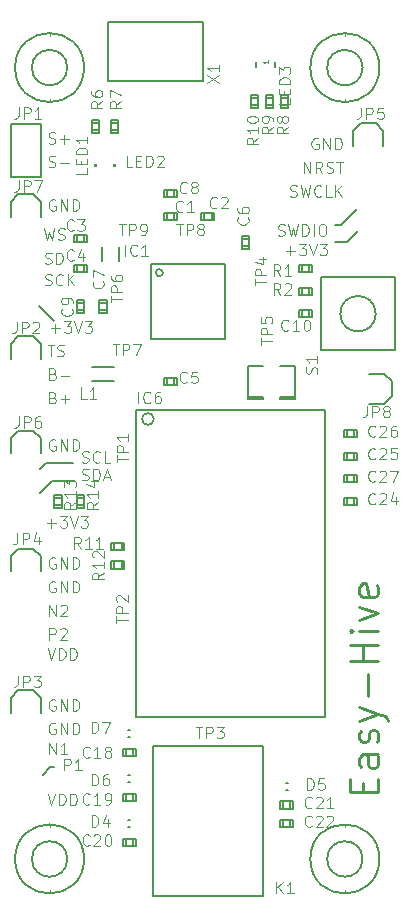
<source format=gbr>
G04 #@! TF.GenerationSoftware,KiCad,Pcbnew,5.0.2-bee76a0~70~ubuntu18.04.1*
G04 #@! TF.CreationDate,2019-09-11T11:18:42+02:00*
G04 #@! TF.ProjectId,easyhive_1_3,65617379-6869-4766-955f-315f332e6b69,rev?*
G04 #@! TF.SameCoordinates,Original*
G04 #@! TF.FileFunction,Legend,Top*
G04 #@! TF.FilePolarity,Positive*
%FSLAX46Y46*%
G04 Gerber Fmt 4.6, Leading zero omitted, Abs format (unit mm)*
G04 Created by KiCad (PCBNEW 5.0.2-bee76a0~70~ubuntu18.04.1) date Mi 11 Sep 2019 11:18:42 CEST*
%MOMM*%
%LPD*%
G01*
G04 APERTURE LIST*
%ADD10C,0.101600*%
%ADD11C,0.150000*%
%ADD12C,0.254000*%
%ADD13C,0.127000*%
%ADD14C,0.203200*%
%ADD15C,0.100000*%
%ADD16C,0.200000*%
%ADD17C,0.152400*%
%ADD18C,0.050800*%
%ADD19C,0.096520*%
%ADD20C,0.032512*%
G04 APERTURE END LIST*
D10*
X135933487Y-77894276D02*
X136071373Y-77940238D01*
X136301182Y-77940238D01*
X136393106Y-77894276D01*
X136439068Y-77848314D01*
X136485030Y-77756390D01*
X136485030Y-77664466D01*
X136439068Y-77572542D01*
X136393106Y-77526580D01*
X136301182Y-77480619D01*
X136117335Y-77434657D01*
X136025411Y-77388695D01*
X135979449Y-77342733D01*
X135933487Y-77250809D01*
X135933487Y-77158885D01*
X135979449Y-77066961D01*
X136025411Y-77021000D01*
X136117335Y-76975038D01*
X136347144Y-76975038D01*
X136485030Y-77021000D01*
X136898687Y-77572542D02*
X137634078Y-77572542D01*
X137266382Y-77940238D02*
X137266382Y-77204847D01*
X135933487Y-79894276D02*
X136071373Y-79940238D01*
X136301182Y-79940238D01*
X136393106Y-79894276D01*
X136439068Y-79848314D01*
X136485030Y-79756390D01*
X136485030Y-79664466D01*
X136439068Y-79572542D01*
X136393106Y-79526580D01*
X136301182Y-79480619D01*
X136117335Y-79434657D01*
X136025411Y-79388695D01*
X135979449Y-79342733D01*
X135933487Y-79250809D01*
X135933487Y-79158885D01*
X135979449Y-79066961D01*
X136025411Y-79021000D01*
X136117335Y-78975038D01*
X136347144Y-78975038D01*
X136485030Y-79021000D01*
X136898687Y-79572542D02*
X137634078Y-79572542D01*
X135570025Y-85110038D02*
X135799835Y-86075238D01*
X135983682Y-85385809D01*
X136167530Y-86075238D01*
X136397340Y-85110038D01*
X136719073Y-86029276D02*
X136856959Y-86075238D01*
X137086768Y-86075238D01*
X137178692Y-86029276D01*
X137224654Y-85983314D01*
X137270616Y-85891390D01*
X137270616Y-85799466D01*
X137224654Y-85707542D01*
X137178692Y-85661580D01*
X137086768Y-85615619D01*
X136902920Y-85569657D01*
X136810997Y-85523695D01*
X136765035Y-85477733D01*
X136719073Y-85385809D01*
X136719073Y-85293885D01*
X136765035Y-85201961D01*
X136810997Y-85156000D01*
X136902920Y-85110038D01*
X137132730Y-85110038D01*
X137270616Y-85156000D01*
X135615987Y-88076776D02*
X135753873Y-88122738D01*
X135983682Y-88122738D01*
X136075606Y-88076776D01*
X136121568Y-88030814D01*
X136167530Y-87938890D01*
X136167530Y-87846966D01*
X136121568Y-87755042D01*
X136075606Y-87709080D01*
X135983682Y-87663119D01*
X135799835Y-87617157D01*
X135707911Y-87571195D01*
X135661949Y-87525233D01*
X135615987Y-87433309D01*
X135615987Y-87341385D01*
X135661949Y-87249461D01*
X135707911Y-87203500D01*
X135799835Y-87157538D01*
X136029644Y-87157538D01*
X136167530Y-87203500D01*
X136581187Y-88122738D02*
X136581187Y-87157538D01*
X136810997Y-87157538D01*
X136948882Y-87203500D01*
X137040806Y-87295423D01*
X137086768Y-87387347D01*
X137132730Y-87571195D01*
X137132730Y-87709080D01*
X137086768Y-87892928D01*
X137040806Y-87984852D01*
X136948882Y-88076776D01*
X136810997Y-88122738D01*
X136581187Y-88122738D01*
X135615987Y-89894276D02*
X135753873Y-89940238D01*
X135983682Y-89940238D01*
X136075606Y-89894276D01*
X136121568Y-89848314D01*
X136167530Y-89756390D01*
X136167530Y-89664466D01*
X136121568Y-89572542D01*
X136075606Y-89526580D01*
X135983682Y-89480619D01*
X135799835Y-89434657D01*
X135707911Y-89388695D01*
X135661949Y-89342733D01*
X135615987Y-89250809D01*
X135615987Y-89158885D01*
X135661949Y-89066961D01*
X135707911Y-89021000D01*
X135799835Y-88975038D01*
X136029644Y-88975038D01*
X136167530Y-89021000D01*
X137132730Y-89848314D02*
X137086768Y-89894276D01*
X136948882Y-89940238D01*
X136856959Y-89940238D01*
X136719073Y-89894276D01*
X136627149Y-89802352D01*
X136581187Y-89710428D01*
X136535225Y-89526580D01*
X136535225Y-89388695D01*
X136581187Y-89204847D01*
X136627149Y-89112923D01*
X136719073Y-89021000D01*
X136856959Y-88975038D01*
X136948882Y-88975038D01*
X137086768Y-89021000D01*
X137132730Y-89066961D01*
X137546387Y-89940238D02*
X137546387Y-88975038D01*
X138097930Y-89940238D02*
X137684273Y-89388695D01*
X138097930Y-88975038D02*
X137546387Y-89526580D01*
X135841563Y-94975038D02*
X136393106Y-94975038D01*
X136117335Y-95940238D02*
X136117335Y-94975038D01*
X136668878Y-95894276D02*
X136806763Y-95940238D01*
X137036573Y-95940238D01*
X137128497Y-95894276D01*
X137174459Y-95848314D01*
X137220420Y-95756390D01*
X137220420Y-95664466D01*
X137174459Y-95572542D01*
X137128497Y-95526580D01*
X137036573Y-95480619D01*
X136852725Y-95434657D01*
X136760801Y-95388695D01*
X136714840Y-95342733D01*
X136668878Y-95250809D01*
X136668878Y-95158885D01*
X136714840Y-95066961D01*
X136760801Y-95021000D01*
X136852725Y-94975038D01*
X137082535Y-94975038D01*
X137220420Y-95021000D01*
X136301182Y-97434657D02*
X136439068Y-97480619D01*
X136485030Y-97526580D01*
X136530992Y-97618504D01*
X136530992Y-97756390D01*
X136485030Y-97848314D01*
X136439068Y-97894276D01*
X136347144Y-97940238D01*
X135979449Y-97940238D01*
X135979449Y-96975038D01*
X136301182Y-96975038D01*
X136393106Y-97021000D01*
X136439068Y-97066961D01*
X136485030Y-97158885D01*
X136485030Y-97250809D01*
X136439068Y-97342733D01*
X136393106Y-97388695D01*
X136301182Y-97434657D01*
X135979449Y-97434657D01*
X136944649Y-97572542D02*
X137680040Y-97572542D01*
X136301182Y-99434657D02*
X136439068Y-99480619D01*
X136485030Y-99526580D01*
X136530992Y-99618504D01*
X136530992Y-99756390D01*
X136485030Y-99848314D01*
X136439068Y-99894276D01*
X136347144Y-99940238D01*
X135979449Y-99940238D01*
X135979449Y-98975038D01*
X136301182Y-98975038D01*
X136393106Y-99021000D01*
X136439068Y-99066961D01*
X136485030Y-99158885D01*
X136485030Y-99250809D01*
X136439068Y-99342733D01*
X136393106Y-99388695D01*
X136301182Y-99434657D01*
X135979449Y-99434657D01*
X136944649Y-99572542D02*
X137680040Y-99572542D01*
X137312344Y-99940238D02*
X137312344Y-99204847D01*
X138750987Y-104894276D02*
X138888873Y-104940238D01*
X139118682Y-104940238D01*
X139210606Y-104894276D01*
X139256568Y-104848314D01*
X139302530Y-104756390D01*
X139302530Y-104664466D01*
X139256568Y-104572542D01*
X139210606Y-104526580D01*
X139118682Y-104480619D01*
X138934835Y-104434657D01*
X138842911Y-104388695D01*
X138796949Y-104342733D01*
X138750987Y-104250809D01*
X138750987Y-104158885D01*
X138796949Y-104066961D01*
X138842911Y-104021000D01*
X138934835Y-103975038D01*
X139164644Y-103975038D01*
X139302530Y-104021000D01*
X140267730Y-104848314D02*
X140221768Y-104894276D01*
X140083882Y-104940238D01*
X139991959Y-104940238D01*
X139854073Y-104894276D01*
X139762149Y-104802352D01*
X139716187Y-104710428D01*
X139670225Y-104526580D01*
X139670225Y-104388695D01*
X139716187Y-104204847D01*
X139762149Y-104112923D01*
X139854073Y-104021000D01*
X139991959Y-103975038D01*
X140083882Y-103975038D01*
X140221768Y-104021000D01*
X140267730Y-104066961D01*
X141141006Y-104940238D02*
X140681387Y-104940238D01*
X140681387Y-103975038D01*
X138750987Y-106394276D02*
X138888873Y-106440238D01*
X139118682Y-106440238D01*
X139210606Y-106394276D01*
X139256568Y-106348314D01*
X139302530Y-106256390D01*
X139302530Y-106164466D01*
X139256568Y-106072542D01*
X139210606Y-106026580D01*
X139118682Y-105980619D01*
X138934835Y-105934657D01*
X138842911Y-105888695D01*
X138796949Y-105842733D01*
X138750987Y-105750809D01*
X138750987Y-105658885D01*
X138796949Y-105566961D01*
X138842911Y-105521000D01*
X138934835Y-105475038D01*
X139164644Y-105475038D01*
X139302530Y-105521000D01*
X139716187Y-106440238D02*
X139716187Y-105475038D01*
X139945997Y-105475038D01*
X140083882Y-105521000D01*
X140175806Y-105612923D01*
X140221768Y-105704847D01*
X140267730Y-105888695D01*
X140267730Y-106026580D01*
X140221768Y-106210428D01*
X140175806Y-106302352D01*
X140083882Y-106394276D01*
X139945997Y-106440238D01*
X139716187Y-106440238D01*
X140635425Y-106164466D02*
X141095044Y-106164466D01*
X140543501Y-106440238D02*
X140865235Y-105475038D01*
X141186968Y-106440238D01*
X135979449Y-119940238D02*
X135979449Y-118975038D01*
X136347144Y-118975038D01*
X136439068Y-119021000D01*
X136485030Y-119066961D01*
X136530992Y-119158885D01*
X136530992Y-119296771D01*
X136485030Y-119388695D01*
X136439068Y-119434657D01*
X136347144Y-119480619D01*
X135979449Y-119480619D01*
X136898687Y-119066961D02*
X136944649Y-119021000D01*
X137036573Y-118975038D01*
X137266382Y-118975038D01*
X137358306Y-119021000D01*
X137404268Y-119066961D01*
X137450230Y-119158885D01*
X137450230Y-119250809D01*
X137404268Y-119388695D01*
X136852725Y-119940238D01*
X137450230Y-119940238D01*
X135979449Y-117940238D02*
X135979449Y-116975038D01*
X136530992Y-117940238D01*
X136530992Y-116975038D01*
X136944649Y-117066961D02*
X136990611Y-117021000D01*
X137082535Y-116975038D01*
X137312344Y-116975038D01*
X137404268Y-117021000D01*
X137450230Y-117066961D01*
X137496192Y-117158885D01*
X137496192Y-117250809D01*
X137450230Y-117388695D01*
X136898687Y-117940238D01*
X137496192Y-117940238D01*
X135979449Y-129622738D02*
X135979449Y-128657538D01*
X136530992Y-129622738D01*
X136530992Y-128657538D01*
X137496192Y-129622738D02*
X136944649Y-129622738D01*
X137220420Y-129622738D02*
X137220420Y-128657538D01*
X137128497Y-128795423D01*
X137036573Y-128887347D01*
X136944649Y-128933309D01*
X137249449Y-130987738D02*
X137249449Y-130022538D01*
X137617144Y-130022538D01*
X137709068Y-130068500D01*
X137755030Y-130114461D01*
X137800992Y-130206385D01*
X137800992Y-130344271D01*
X137755030Y-130436195D01*
X137709068Y-130482157D01*
X137617144Y-130528119D01*
X137249449Y-130528119D01*
X138720230Y-130987738D02*
X138168687Y-130987738D01*
X138444459Y-130987738D02*
X138444459Y-130022538D01*
X138352535Y-130160423D01*
X138260611Y-130252347D01*
X138168687Y-130298309D01*
X158728888Y-77503600D02*
X158636964Y-77457638D01*
X158499079Y-77457638D01*
X158361193Y-77503600D01*
X158269269Y-77595523D01*
X158223307Y-77687447D01*
X158177345Y-77871295D01*
X158177345Y-78009180D01*
X158223307Y-78193028D01*
X158269269Y-78284952D01*
X158361193Y-78376876D01*
X158499079Y-78422838D01*
X158591002Y-78422838D01*
X158728888Y-78376876D01*
X158774850Y-78330914D01*
X158774850Y-78009180D01*
X158591002Y-78009180D01*
X159188507Y-78422838D02*
X159188507Y-77457638D01*
X159740050Y-78422838D01*
X159740050Y-77457638D01*
X160199669Y-78422838D02*
X160199669Y-77457638D01*
X160429479Y-77457638D01*
X160567364Y-77503600D01*
X160659288Y-77595523D01*
X160705250Y-77687447D01*
X160751212Y-77871295D01*
X160751212Y-78009180D01*
X160705250Y-78193028D01*
X160659288Y-78284952D01*
X160567364Y-78376876D01*
X160429479Y-78422838D01*
X160199669Y-78422838D01*
X157533879Y-80422838D02*
X157533879Y-79457638D01*
X158085421Y-80422838D01*
X158085421Y-79457638D01*
X159096583Y-80422838D02*
X158774850Y-79963219D01*
X158545040Y-80422838D02*
X158545040Y-79457638D01*
X158912736Y-79457638D01*
X159004660Y-79503600D01*
X159050621Y-79549561D01*
X159096583Y-79641485D01*
X159096583Y-79779371D01*
X159050621Y-79871295D01*
X159004660Y-79917257D01*
X158912736Y-79963219D01*
X158545040Y-79963219D01*
X159464279Y-80376876D02*
X159602164Y-80422838D01*
X159831974Y-80422838D01*
X159923898Y-80376876D01*
X159969860Y-80330914D01*
X160015821Y-80238990D01*
X160015821Y-80147066D01*
X159969860Y-80055142D01*
X159923898Y-80009180D01*
X159831974Y-79963219D01*
X159648126Y-79917257D01*
X159556202Y-79871295D01*
X159510240Y-79825333D01*
X159464279Y-79733409D01*
X159464279Y-79641485D01*
X159510240Y-79549561D01*
X159556202Y-79503600D01*
X159648126Y-79457638D01*
X159877936Y-79457638D01*
X160015821Y-79503600D01*
X160291593Y-79457638D02*
X160843136Y-79457638D01*
X160567364Y-80422838D02*
X160567364Y-79457638D01*
X156384831Y-82376876D02*
X156522717Y-82422838D01*
X156752526Y-82422838D01*
X156844450Y-82376876D01*
X156890412Y-82330914D01*
X156936374Y-82238990D01*
X156936374Y-82147066D01*
X156890412Y-82055142D01*
X156844450Y-82009180D01*
X156752526Y-81963219D01*
X156568679Y-81917257D01*
X156476755Y-81871295D01*
X156430793Y-81825333D01*
X156384831Y-81733409D01*
X156384831Y-81641485D01*
X156430793Y-81549561D01*
X156476755Y-81503600D01*
X156568679Y-81457638D01*
X156798488Y-81457638D01*
X156936374Y-81503600D01*
X157258107Y-81457638D02*
X157487917Y-82422838D01*
X157671764Y-81733409D01*
X157855612Y-82422838D01*
X158085421Y-81457638D01*
X159004660Y-82330914D02*
X158958698Y-82376876D01*
X158820812Y-82422838D01*
X158728888Y-82422838D01*
X158591002Y-82376876D01*
X158499079Y-82284952D01*
X158453117Y-82193028D01*
X158407155Y-82009180D01*
X158407155Y-81871295D01*
X158453117Y-81687447D01*
X158499079Y-81595523D01*
X158591002Y-81503600D01*
X158728888Y-81457638D01*
X158820812Y-81457638D01*
X158958698Y-81503600D01*
X159004660Y-81549561D01*
X159877936Y-82422838D02*
X159418317Y-82422838D01*
X159418317Y-81457638D01*
X160199669Y-82422838D02*
X160199669Y-81457638D01*
X160751212Y-82422838D02*
X160337555Y-81871295D01*
X160751212Y-81457638D02*
X160199669Y-82009180D01*
X155343102Y-85694376D02*
X155480988Y-85740338D01*
X155710798Y-85740338D01*
X155802721Y-85694376D01*
X155848683Y-85648414D01*
X155894645Y-85556490D01*
X155894645Y-85464566D01*
X155848683Y-85372642D01*
X155802721Y-85326680D01*
X155710798Y-85280719D01*
X155526950Y-85234757D01*
X155435026Y-85188795D01*
X155389064Y-85142833D01*
X155343102Y-85050909D01*
X155343102Y-84958985D01*
X155389064Y-84867061D01*
X155435026Y-84821100D01*
X155526950Y-84775138D01*
X155756760Y-84775138D01*
X155894645Y-84821100D01*
X156216379Y-84775138D02*
X156446188Y-85740338D01*
X156630036Y-85050909D01*
X156813883Y-85740338D01*
X157043693Y-84775138D01*
X157411388Y-85740338D02*
X157411388Y-84775138D01*
X157641198Y-84775138D01*
X157779083Y-84821100D01*
X157871007Y-84913023D01*
X157916969Y-85004947D01*
X157962931Y-85188795D01*
X157962931Y-85326680D01*
X157916969Y-85510528D01*
X157871007Y-85602452D01*
X157779083Y-85694376D01*
X157641198Y-85740338D01*
X157411388Y-85740338D01*
X158376588Y-85740338D02*
X158376588Y-84775138D01*
X159020055Y-84775138D02*
X159203902Y-84775138D01*
X159295826Y-84821100D01*
X159387750Y-84913023D01*
X159433712Y-85096871D01*
X159433712Y-85418604D01*
X159387750Y-85602452D01*
X159295826Y-85694376D01*
X159203902Y-85740338D01*
X159020055Y-85740338D01*
X158928131Y-85694376D01*
X158836207Y-85602452D01*
X158790245Y-85418604D01*
X158790245Y-85096871D01*
X158836207Y-84913023D01*
X158928131Y-84821100D01*
X159020055Y-84775138D01*
X156034069Y-87007642D02*
X156769460Y-87007642D01*
X156401764Y-87375338D02*
X156401764Y-86639947D01*
X157137155Y-86410138D02*
X157734660Y-86410138D01*
X157412926Y-86777833D01*
X157550812Y-86777833D01*
X157642736Y-86823795D01*
X157688698Y-86869757D01*
X157734660Y-86961680D01*
X157734660Y-87191490D01*
X157688698Y-87283414D01*
X157642736Y-87329376D01*
X157550812Y-87375338D01*
X157275040Y-87375338D01*
X157183117Y-87329376D01*
X157137155Y-87283414D01*
X158010431Y-86410138D02*
X158332164Y-87375338D01*
X158653898Y-86410138D01*
X158883707Y-86410138D02*
X159481212Y-86410138D01*
X159159479Y-86777833D01*
X159297364Y-86777833D01*
X159389288Y-86823795D01*
X159435250Y-86869757D01*
X159481212Y-86961680D01*
X159481212Y-87191490D01*
X159435250Y-87283414D01*
X159389288Y-87329376D01*
X159297364Y-87375338D01*
X159021593Y-87375338D01*
X158929669Y-87329376D01*
X158883707Y-87283414D01*
D11*
X138001100Y-106503600D02*
X136183600Y-106503600D01*
X136183600Y-106503600D02*
X135183600Y-107503600D01*
X138001100Y-105003600D02*
X135683600Y-105003600D01*
X135683600Y-105003600D02*
X135183600Y-105503600D01*
X160683600Y-84821100D02*
X162001100Y-83503600D01*
X160183600Y-84821100D02*
X160683600Y-84821100D01*
D10*
X136485030Y-82703500D02*
X136393106Y-82657538D01*
X136255220Y-82657538D01*
X136117335Y-82703500D01*
X136025411Y-82795423D01*
X135979449Y-82887347D01*
X135933487Y-83071195D01*
X135933487Y-83209080D01*
X135979449Y-83392928D01*
X136025411Y-83484852D01*
X136117335Y-83576776D01*
X136255220Y-83622738D01*
X136347144Y-83622738D01*
X136485030Y-83576776D01*
X136530992Y-83530814D01*
X136530992Y-83209080D01*
X136347144Y-83209080D01*
X136944649Y-83622738D02*
X136944649Y-82657538D01*
X137496192Y-83622738D01*
X137496192Y-82657538D01*
X137955811Y-83622738D02*
X137955811Y-82657538D01*
X138185620Y-82657538D01*
X138323506Y-82703500D01*
X138415430Y-82795423D01*
X138461392Y-82887347D01*
X138507354Y-83071195D01*
X138507354Y-83209080D01*
X138461392Y-83392928D01*
X138415430Y-83484852D01*
X138323506Y-83576776D01*
X138185620Y-83622738D01*
X137955811Y-83622738D01*
X136485030Y-103021000D02*
X136393106Y-102975038D01*
X136255220Y-102975038D01*
X136117335Y-103021000D01*
X136025411Y-103112923D01*
X135979449Y-103204847D01*
X135933487Y-103388695D01*
X135933487Y-103526580D01*
X135979449Y-103710428D01*
X136025411Y-103802352D01*
X136117335Y-103894276D01*
X136255220Y-103940238D01*
X136347144Y-103940238D01*
X136485030Y-103894276D01*
X136530992Y-103848314D01*
X136530992Y-103526580D01*
X136347144Y-103526580D01*
X136944649Y-103940238D02*
X136944649Y-102975038D01*
X137496192Y-103940238D01*
X137496192Y-102975038D01*
X137955811Y-103940238D02*
X137955811Y-102975038D01*
X138185620Y-102975038D01*
X138323506Y-103021000D01*
X138415430Y-103112923D01*
X138461392Y-103204847D01*
X138507354Y-103388695D01*
X138507354Y-103526580D01*
X138461392Y-103710428D01*
X138415430Y-103802352D01*
X138323506Y-103894276D01*
X138185620Y-103940238D01*
X137955811Y-103940238D01*
X136485030Y-115021000D02*
X136393106Y-114975038D01*
X136255220Y-114975038D01*
X136117335Y-115021000D01*
X136025411Y-115112923D01*
X135979449Y-115204847D01*
X135933487Y-115388695D01*
X135933487Y-115526580D01*
X135979449Y-115710428D01*
X136025411Y-115802352D01*
X136117335Y-115894276D01*
X136255220Y-115940238D01*
X136347144Y-115940238D01*
X136485030Y-115894276D01*
X136530992Y-115848314D01*
X136530992Y-115526580D01*
X136347144Y-115526580D01*
X136944649Y-115940238D02*
X136944649Y-114975038D01*
X137496192Y-115940238D01*
X137496192Y-114975038D01*
X137955811Y-115940238D02*
X137955811Y-114975038D01*
X138185620Y-114975038D01*
X138323506Y-115021000D01*
X138415430Y-115112923D01*
X138461392Y-115204847D01*
X138507354Y-115388695D01*
X138507354Y-115526580D01*
X138461392Y-115710428D01*
X138415430Y-115802352D01*
X138323506Y-115894276D01*
X138185620Y-115940238D01*
X137955811Y-115940238D01*
X136485030Y-113021000D02*
X136393106Y-112975038D01*
X136255220Y-112975038D01*
X136117335Y-113021000D01*
X136025411Y-113112923D01*
X135979449Y-113204847D01*
X135933487Y-113388695D01*
X135933487Y-113526580D01*
X135979449Y-113710428D01*
X136025411Y-113802352D01*
X136117335Y-113894276D01*
X136255220Y-113940238D01*
X136347144Y-113940238D01*
X136485030Y-113894276D01*
X136530992Y-113848314D01*
X136530992Y-113526580D01*
X136347144Y-113526580D01*
X136944649Y-113940238D02*
X136944649Y-112975038D01*
X137496192Y-113940238D01*
X137496192Y-112975038D01*
X137955811Y-113940238D02*
X137955811Y-112975038D01*
X138185620Y-112975038D01*
X138323506Y-113021000D01*
X138415430Y-113112923D01*
X138461392Y-113204847D01*
X138507354Y-113388695D01*
X138507354Y-113526580D01*
X138461392Y-113710428D01*
X138415430Y-113802352D01*
X138323506Y-113894276D01*
X138185620Y-113940238D01*
X137955811Y-113940238D01*
X136485030Y-127021000D02*
X136393106Y-126975038D01*
X136255220Y-126975038D01*
X136117335Y-127021000D01*
X136025411Y-127112923D01*
X135979449Y-127204847D01*
X135933487Y-127388695D01*
X135933487Y-127526580D01*
X135979449Y-127710428D01*
X136025411Y-127802352D01*
X136117335Y-127894276D01*
X136255220Y-127940238D01*
X136347144Y-127940238D01*
X136485030Y-127894276D01*
X136530992Y-127848314D01*
X136530992Y-127526580D01*
X136347144Y-127526580D01*
X136944649Y-127940238D02*
X136944649Y-126975038D01*
X137496192Y-127940238D01*
X137496192Y-126975038D01*
X137955811Y-127940238D02*
X137955811Y-126975038D01*
X138185620Y-126975038D01*
X138323506Y-127021000D01*
X138415430Y-127112923D01*
X138461392Y-127204847D01*
X138507354Y-127388695D01*
X138507354Y-127526580D01*
X138461392Y-127710428D01*
X138415430Y-127802352D01*
X138323506Y-127894276D01*
X138185620Y-127940238D01*
X137955811Y-127940238D01*
X136485030Y-125021000D02*
X136393106Y-124975038D01*
X136255220Y-124975038D01*
X136117335Y-125021000D01*
X136025411Y-125112923D01*
X135979449Y-125204847D01*
X135933487Y-125388695D01*
X135933487Y-125526580D01*
X135979449Y-125710428D01*
X136025411Y-125802352D01*
X136117335Y-125894276D01*
X136255220Y-125940238D01*
X136347144Y-125940238D01*
X136485030Y-125894276D01*
X136530992Y-125848314D01*
X136530992Y-125526580D01*
X136347144Y-125526580D01*
X136944649Y-125940238D02*
X136944649Y-124975038D01*
X137496192Y-125940238D01*
X137496192Y-124975038D01*
X137955811Y-125940238D02*
X137955811Y-124975038D01*
X138185620Y-124975038D01*
X138323506Y-125021000D01*
X138415430Y-125112923D01*
X138461392Y-125204847D01*
X138507354Y-125388695D01*
X138507354Y-125526580D01*
X138461392Y-125710428D01*
X138415430Y-125802352D01*
X138323506Y-125894276D01*
X138185620Y-125940238D01*
X137955811Y-125940238D01*
X135841563Y-120657538D02*
X136163297Y-121622738D01*
X136485030Y-120657538D01*
X136806763Y-121622738D02*
X136806763Y-120657538D01*
X137036573Y-120657538D01*
X137174459Y-120703500D01*
X137266382Y-120795423D01*
X137312344Y-120887347D01*
X137358306Y-121071195D01*
X137358306Y-121209080D01*
X137312344Y-121392928D01*
X137266382Y-121484852D01*
X137174459Y-121576776D01*
X137036573Y-121622738D01*
X136806763Y-121622738D01*
X137771963Y-121622738D02*
X137771963Y-120657538D01*
X138001773Y-120657538D01*
X138139659Y-120703500D01*
X138231582Y-120795423D01*
X138277544Y-120887347D01*
X138323506Y-121071195D01*
X138323506Y-121209080D01*
X138277544Y-121392928D01*
X138231582Y-121484852D01*
X138139659Y-121576776D01*
X138001773Y-121622738D01*
X137771963Y-121622738D01*
X135841563Y-132975038D02*
X136163297Y-133940238D01*
X136485030Y-132975038D01*
X136806763Y-133940238D02*
X136806763Y-132975038D01*
X137036573Y-132975038D01*
X137174459Y-133021000D01*
X137266382Y-133112923D01*
X137312344Y-133204847D01*
X137358306Y-133388695D01*
X137358306Y-133526580D01*
X137312344Y-133710428D01*
X137266382Y-133802352D01*
X137174459Y-133894276D01*
X137036573Y-133940238D01*
X136806763Y-133940238D01*
X137771963Y-133940238D02*
X137771963Y-132975038D01*
X138001773Y-132975038D01*
X138139659Y-133021000D01*
X138231582Y-133112923D01*
X138277544Y-133204847D01*
X138323506Y-133388695D01*
X138323506Y-133526580D01*
X138277544Y-133710428D01*
X138231582Y-133802352D01*
X138139659Y-133894276D01*
X138001773Y-133940238D01*
X137771963Y-133940238D01*
X136129449Y-93575042D02*
X136864840Y-93575042D01*
X136497144Y-93942738D02*
X136497144Y-93207347D01*
X137232535Y-92977538D02*
X137830040Y-92977538D01*
X137508306Y-93345233D01*
X137646192Y-93345233D01*
X137738116Y-93391195D01*
X137784078Y-93437157D01*
X137830040Y-93529080D01*
X137830040Y-93758890D01*
X137784078Y-93850814D01*
X137738116Y-93896776D01*
X137646192Y-93942738D01*
X137370420Y-93942738D01*
X137278497Y-93896776D01*
X137232535Y-93850814D01*
X138105811Y-92977538D02*
X138427544Y-93942738D01*
X138749278Y-92977538D01*
X138979087Y-92977538D02*
X139576592Y-92977538D01*
X139254859Y-93345233D01*
X139392744Y-93345233D01*
X139484668Y-93391195D01*
X139530630Y-93437157D01*
X139576592Y-93529080D01*
X139576592Y-93758890D01*
X139530630Y-93850814D01*
X139484668Y-93896776D01*
X139392744Y-93942738D01*
X139116973Y-93942738D01*
X139025049Y-93896776D01*
X138979087Y-93850814D01*
X135796949Y-110072542D02*
X136532340Y-110072542D01*
X136164644Y-110440238D02*
X136164644Y-109704847D01*
X136900035Y-109475038D02*
X137497540Y-109475038D01*
X137175806Y-109842733D01*
X137313692Y-109842733D01*
X137405616Y-109888695D01*
X137451578Y-109934657D01*
X137497540Y-110026580D01*
X137497540Y-110256390D01*
X137451578Y-110348314D01*
X137405616Y-110394276D01*
X137313692Y-110440238D01*
X137037920Y-110440238D01*
X136945997Y-110394276D01*
X136900035Y-110348314D01*
X137773311Y-109475038D02*
X138095044Y-110440238D01*
X138416778Y-109475038D01*
X138646587Y-109475038D02*
X139244092Y-109475038D01*
X138922359Y-109842733D01*
X139060244Y-109842733D01*
X139152168Y-109888695D01*
X139198130Y-109934657D01*
X139244092Y-110026580D01*
X139244092Y-110256390D01*
X139198130Y-110348314D01*
X139152168Y-110394276D01*
X139060244Y-110440238D01*
X138784473Y-110440238D01*
X138692549Y-110394276D01*
X138646587Y-110348314D01*
D11*
X135446100Y-131391100D02*
X136081100Y-130756100D01*
X136081100Y-130756100D02*
X136398600Y-130756100D01*
X160211100Y-86306100D02*
X161163600Y-86306100D01*
X161163600Y-86306100D02*
X162116100Y-85353600D01*
X135128600Y-91703600D02*
X136398600Y-92973600D01*
D12*
X162578742Y-132873976D02*
X162578742Y-132069642D01*
X163842695Y-131724928D02*
X163842695Y-132873976D01*
X161429695Y-132873976D01*
X161429695Y-131724928D01*
X163842695Y-129656642D02*
X162578742Y-129656642D01*
X162348933Y-129771547D01*
X162234028Y-130001357D01*
X162234028Y-130460976D01*
X162348933Y-130690785D01*
X163727790Y-129656642D02*
X163842695Y-129886452D01*
X163842695Y-130460976D01*
X163727790Y-130690785D01*
X163497980Y-130805690D01*
X163268171Y-130805690D01*
X163038361Y-130690785D01*
X162923457Y-130460976D01*
X162923457Y-129886452D01*
X162808552Y-129656642D01*
X163727790Y-128622500D02*
X163842695Y-128392690D01*
X163842695Y-127933071D01*
X163727790Y-127703261D01*
X163497980Y-127588357D01*
X163383076Y-127588357D01*
X163153266Y-127703261D01*
X163038361Y-127933071D01*
X163038361Y-128277785D01*
X162923457Y-128507595D01*
X162693647Y-128622500D01*
X162578742Y-128622500D01*
X162348933Y-128507595D01*
X162234028Y-128277785D01*
X162234028Y-127933071D01*
X162348933Y-127703261D01*
X162234028Y-126784023D02*
X163842695Y-126209500D01*
X162234028Y-125634976D02*
X163842695Y-126209500D01*
X164417219Y-126439309D01*
X164532123Y-126554214D01*
X164647028Y-126784023D01*
X162923457Y-124715738D02*
X162923457Y-122877261D01*
X163842695Y-121728214D02*
X161429695Y-121728214D01*
X162578742Y-121728214D02*
X162578742Y-120349357D01*
X163842695Y-120349357D02*
X161429695Y-120349357D01*
X163842695Y-119200309D02*
X162234028Y-119200309D01*
X161429695Y-119200309D02*
X161544600Y-119315214D01*
X161659504Y-119200309D01*
X161544600Y-119085404D01*
X161429695Y-119200309D01*
X161659504Y-119200309D01*
X162234028Y-118281071D02*
X163842695Y-117706547D01*
X162234028Y-117132023D01*
X163727790Y-115293547D02*
X163842695Y-115523357D01*
X163842695Y-115982976D01*
X163727790Y-116212785D01*
X163497980Y-116327690D01*
X162578742Y-116327690D01*
X162348933Y-116212785D01*
X162234028Y-115982976D01*
X162234028Y-115523357D01*
X162348933Y-115293547D01*
X162578742Y-115178642D01*
X162808552Y-115178642D01*
X163038361Y-116327690D01*
D13*
G04 #@! TO.C,IC1*
X145596100Y-88868600D02*
G75*
G03X145596100Y-88868600I-300000J0D01*
G01*
X144596100Y-88168600D02*
X150896100Y-88168600D01*
X144596100Y-94468600D02*
X144596100Y-88168600D01*
X150896100Y-94468600D02*
X144596100Y-94468600D01*
X150896100Y-88168600D02*
X150896100Y-94468600D01*
G04 #@! TO.C,C2*
X149716100Y-84383600D02*
X149716100Y-83783600D01*
X149116100Y-84383600D02*
X149116100Y-83783600D01*
X149716100Y-84383600D02*
X149966100Y-84383600D01*
X149116100Y-84383600D02*
X149716100Y-84383600D01*
X148866100Y-84383600D02*
X149116100Y-84383600D01*
X149716100Y-83783600D02*
X149966100Y-83783600D01*
X149116100Y-83783600D02*
X149716100Y-83783600D01*
X148866100Y-83783600D02*
X149116100Y-83783600D01*
X149966100Y-84383600D02*
X149966100Y-83783600D01*
X148866100Y-84383600D02*
X148866100Y-83783600D01*
G04 #@! TO.C,C3*
X138321100Y-85688600D02*
X138321100Y-86288600D01*
X138921100Y-85688600D02*
X138921100Y-86288600D01*
X138321100Y-85688600D02*
X138071100Y-85688600D01*
X138921100Y-85688600D02*
X138321100Y-85688600D01*
X139171100Y-85688600D02*
X138921100Y-85688600D01*
X138321100Y-86288600D02*
X138071100Y-86288600D01*
X138921100Y-86288600D02*
X138321100Y-86288600D01*
X139171100Y-86288600D02*
X138921100Y-86288600D01*
X138071100Y-85688600D02*
X138071100Y-86288600D01*
X139171100Y-85688600D02*
X139171100Y-86288600D01*
G04 #@! TO.C,C4*
X138321100Y-88228600D02*
X138321100Y-88828600D01*
X138921100Y-88228600D02*
X138921100Y-88828600D01*
X138321100Y-88228600D02*
X138071100Y-88228600D01*
X138921100Y-88228600D02*
X138321100Y-88228600D01*
X139171100Y-88228600D02*
X138921100Y-88228600D01*
X138321100Y-88828600D02*
X138071100Y-88828600D01*
X138921100Y-88828600D02*
X138321100Y-88828600D01*
X139171100Y-88828600D02*
X138921100Y-88828600D01*
X138071100Y-88228600D02*
X138071100Y-88828600D01*
X139171100Y-88228600D02*
X139171100Y-88828600D01*
G04 #@! TO.C,C5*
X145941100Y-97753600D02*
X145941100Y-98353600D01*
X146541100Y-97753600D02*
X146541100Y-98353600D01*
X145941100Y-97753600D02*
X145691100Y-97753600D01*
X146541100Y-97753600D02*
X145941100Y-97753600D01*
X146791100Y-97753600D02*
X146541100Y-97753600D01*
X145941100Y-98353600D02*
X145691100Y-98353600D01*
X146541100Y-98353600D02*
X145941100Y-98353600D01*
X146791100Y-98353600D02*
X146541100Y-98353600D01*
X145691100Y-97753600D02*
X145691100Y-98353600D01*
X146791100Y-97753600D02*
X146791100Y-98353600D01*
G04 #@! TO.C,C6*
X152891100Y-86006100D02*
X152291100Y-86006100D01*
X152891100Y-86606100D02*
X152291100Y-86606100D01*
X152891100Y-86006100D02*
X152891100Y-85756100D01*
X152891100Y-86606100D02*
X152891100Y-86006100D01*
X152891100Y-86856100D02*
X152891100Y-86606100D01*
X152291100Y-86006100D02*
X152291100Y-85756100D01*
X152291100Y-86606100D02*
X152291100Y-86006100D01*
X152291100Y-86856100D02*
X152291100Y-86606100D01*
X152891100Y-85756100D02*
X152291100Y-85756100D01*
X152891100Y-86856100D02*
X152291100Y-86856100D01*
G04 #@! TO.C,C7*
X140226100Y-92003600D02*
X140826100Y-92003600D01*
X140226100Y-91403600D02*
X140826100Y-91403600D01*
X140226100Y-92003600D02*
X140226100Y-92253600D01*
X140226100Y-91403600D02*
X140226100Y-92003600D01*
X140226100Y-91153600D02*
X140226100Y-91403600D01*
X140826100Y-92003600D02*
X140826100Y-92253600D01*
X140826100Y-91403600D02*
X140826100Y-92003600D01*
X140826100Y-91153600D02*
X140826100Y-91403600D01*
X140226100Y-92253600D02*
X140826100Y-92253600D01*
X140226100Y-91153600D02*
X140826100Y-91153600D01*
G04 #@! TO.C,C1*
X145941100Y-83783600D02*
X145941100Y-84383600D01*
X146541100Y-83783600D02*
X146541100Y-84383600D01*
X145941100Y-83783600D02*
X145691100Y-83783600D01*
X146541100Y-83783600D02*
X145941100Y-83783600D01*
X146791100Y-83783600D02*
X146541100Y-83783600D01*
X145941100Y-84383600D02*
X145691100Y-84383600D01*
X146541100Y-84383600D02*
X145941100Y-84383600D01*
X146791100Y-84383600D02*
X146541100Y-84383600D01*
X145691100Y-83783600D02*
X145691100Y-84383600D01*
X146791100Y-83783600D02*
X146791100Y-84383600D01*
G04 #@! TO.C,C8*
X145941100Y-81878600D02*
X145941100Y-82478600D01*
X146541100Y-81878600D02*
X146541100Y-82478600D01*
X145941100Y-81878600D02*
X145691100Y-81878600D01*
X146541100Y-81878600D02*
X145941100Y-81878600D01*
X146791100Y-81878600D02*
X146541100Y-81878600D01*
X145941100Y-82478600D02*
X145691100Y-82478600D01*
X146541100Y-82478600D02*
X145941100Y-82478600D01*
X146791100Y-82478600D02*
X146541100Y-82478600D01*
X145691100Y-81878600D02*
X145691100Y-82478600D01*
X146791100Y-81878600D02*
X146791100Y-82478600D01*
D14*
G04 #@! TO.C,L1*
X141426100Y-96818600D02*
X139626100Y-96818600D01*
X139626100Y-98018600D02*
X141426100Y-98018600D01*
D13*
G04 #@! TO.C,C9*
X138321100Y-92003600D02*
X138921100Y-92003600D01*
X138321100Y-91403600D02*
X138921100Y-91403600D01*
X138321100Y-92003600D02*
X138321100Y-92253600D01*
X138321100Y-91403600D02*
X138321100Y-92003600D01*
X138321100Y-91153600D02*
X138321100Y-91403600D01*
X138921100Y-92003600D02*
X138921100Y-92253600D01*
X138921100Y-91403600D02*
X138921100Y-92003600D01*
X138921100Y-91153600D02*
X138921100Y-91403600D01*
X138321100Y-92253600D02*
X138921100Y-92253600D01*
X138321100Y-91153600D02*
X138921100Y-91153600D01*
G04 #@! TO.C,C10*
X157371100Y-92038600D02*
X157371100Y-92638600D01*
X157971100Y-92038600D02*
X157971100Y-92638600D01*
X157371100Y-92038600D02*
X157121100Y-92038600D01*
X157971100Y-92038600D02*
X157371100Y-92038600D01*
X158221100Y-92038600D02*
X157971100Y-92038600D01*
X157371100Y-92638600D02*
X157121100Y-92638600D01*
X157971100Y-92638600D02*
X157371100Y-92638600D01*
X158221100Y-92638600D02*
X157971100Y-92638600D01*
X157121100Y-92038600D02*
X157121100Y-92638600D01*
X158221100Y-92038600D02*
X158221100Y-92638600D01*
G04 #@! TO.C,R1*
X157371100Y-88228600D02*
X157371100Y-88828600D01*
X157971100Y-88228600D02*
X157971100Y-88828600D01*
X157371100Y-88228600D02*
X157121100Y-88228600D01*
X157971100Y-88228600D02*
X157371100Y-88228600D01*
X158221100Y-88228600D02*
X157971100Y-88228600D01*
X157371100Y-88828600D02*
X157121100Y-88828600D01*
X157971100Y-88828600D02*
X157371100Y-88828600D01*
X158221100Y-88828600D02*
X157971100Y-88828600D01*
X157121100Y-88228600D02*
X157121100Y-88828600D01*
X158221100Y-88228600D02*
X158221100Y-88828600D01*
G04 #@! TO.C,R2*
X157971100Y-90733600D02*
X157971100Y-90133600D01*
X157371100Y-90733600D02*
X157371100Y-90133600D01*
X157971100Y-90733600D02*
X158221100Y-90733600D01*
X157371100Y-90733600D02*
X157971100Y-90733600D01*
X157121100Y-90733600D02*
X157371100Y-90733600D01*
X157971100Y-90133600D02*
X158221100Y-90133600D01*
X157371100Y-90133600D02*
X157971100Y-90133600D01*
X157121100Y-90133600D02*
X157371100Y-90133600D01*
X158221100Y-90733600D02*
X158221100Y-90133600D01*
X157121100Y-90733600D02*
X157121100Y-90133600D01*
G04 #@! TO.C,S1*
X163616100Y-92338600D02*
G75*
G03X163616100Y-92338600I-1500000J0D01*
G01*
X165216100Y-95438600D02*
X165216100Y-89238600D01*
X159016100Y-95438600D02*
X165216100Y-95438600D01*
X159016100Y-89238600D02*
X159016100Y-95438600D01*
X165216100Y-89238600D02*
X159016100Y-89238600D01*
G04 #@! TO.C,X1*
X140971100Y-67637600D02*
X148971100Y-67637600D01*
X140971100Y-72637600D02*
X140971100Y-67637600D01*
X148971100Y-72637600D02*
X140971100Y-72637600D01*
X148971100Y-67637600D02*
X148971100Y-72637600D01*
G04 #@! TO.C,JP1*
X135251100Y-80753600D02*
X132751100Y-80753600D01*
X135251100Y-76253600D02*
X135251100Y-80753600D01*
X132751100Y-76253600D02*
X135251100Y-76253600D01*
X132751100Y-80753600D02*
X132751100Y-76253600D01*
D14*
G04 #@! TO.C,JP2*
X132731100Y-96138600D02*
X132731100Y-94868600D01*
X133366100Y-94233600D02*
X132731100Y-94868600D01*
X135271100Y-94868600D02*
X134636100Y-94233600D01*
X134636100Y-94233600D02*
X133366100Y-94233600D01*
X135271100Y-94868600D02*
X135271100Y-96138600D01*
D15*
G04 #@! TO.C,LED1*
G36*
X140016100Y-79638600D02*
X139766100Y-79638600D01*
X139766100Y-79888600D01*
X140016100Y-79888600D01*
X140016100Y-79638600D01*
G37*
G04 #@! TO.C,LED2*
G36*
X141603600Y-79638600D02*
X141353600Y-79638600D01*
X141353600Y-79888600D01*
X141603600Y-79888600D01*
X141603600Y-79638600D01*
G37*
D13*
G04 #@! TO.C,R6*
X140191100Y-76163600D02*
X139591100Y-76163600D01*
X140191100Y-76763600D02*
X139591100Y-76763600D01*
X140191100Y-76163600D02*
X140191100Y-75913600D01*
X140191100Y-76763600D02*
X140191100Y-76163600D01*
X140191100Y-77013600D02*
X140191100Y-76763600D01*
X139591100Y-76163600D02*
X139591100Y-75913600D01*
X139591100Y-76763600D02*
X139591100Y-76163600D01*
X139591100Y-77013600D02*
X139591100Y-76763600D01*
X140191100Y-75913600D02*
X139591100Y-75913600D01*
X140191100Y-77013600D02*
X139591100Y-77013600D01*
G04 #@! TO.C,R7*
X141778600Y-76163600D02*
X141178600Y-76163600D01*
X141778600Y-76763600D02*
X141178600Y-76763600D01*
X141778600Y-76163600D02*
X141778600Y-75913600D01*
X141778600Y-76763600D02*
X141778600Y-76163600D01*
X141778600Y-77013600D02*
X141778600Y-76763600D01*
X141178600Y-76163600D02*
X141178600Y-75913600D01*
X141178600Y-76763600D02*
X141178600Y-76163600D01*
X141178600Y-77013600D02*
X141178600Y-76763600D01*
X141778600Y-75913600D02*
X141178600Y-75913600D01*
X141778600Y-77013600D02*
X141178600Y-77013600D01*
G04 #@! TO.C,LED3*
X153496100Y-71013600D02*
X153496100Y-71413600D01*
X155096100Y-71013600D02*
X155096100Y-71413600D01*
G04 #@! TO.C,R8*
X155631100Y-74688600D02*
X156231100Y-74688600D01*
X155631100Y-74088600D02*
X156231100Y-74088600D01*
X155631100Y-74688600D02*
X155631100Y-74938600D01*
X155631100Y-74088600D02*
X155631100Y-74688600D01*
X155631100Y-73838600D02*
X155631100Y-74088600D01*
X156231100Y-74688600D02*
X156231100Y-74938600D01*
X156231100Y-74088600D02*
X156231100Y-74688600D01*
X156231100Y-73838600D02*
X156231100Y-74088600D01*
X155631100Y-74938600D02*
X156231100Y-74938600D01*
X155631100Y-73838600D02*
X156231100Y-73838600D01*
G04 #@! TO.C,R9*
X154361100Y-74688600D02*
X154961100Y-74688600D01*
X154361100Y-74088600D02*
X154961100Y-74088600D01*
X154361100Y-74688600D02*
X154361100Y-74938600D01*
X154361100Y-74088600D02*
X154361100Y-74688600D01*
X154361100Y-73838600D02*
X154361100Y-74088600D01*
X154961100Y-74688600D02*
X154961100Y-74938600D01*
X154961100Y-74088600D02*
X154961100Y-74688600D01*
X154961100Y-73838600D02*
X154961100Y-74088600D01*
X154361100Y-74938600D02*
X154961100Y-74938600D01*
X154361100Y-73838600D02*
X154961100Y-73838600D01*
G04 #@! TO.C,R10*
X153091100Y-74688600D02*
X153691100Y-74688600D01*
X153091100Y-74088600D02*
X153691100Y-74088600D01*
X153091100Y-74688600D02*
X153091100Y-74938600D01*
X153091100Y-74088600D02*
X153091100Y-74688600D01*
X153091100Y-73838600D02*
X153091100Y-74088600D01*
X153691100Y-74688600D02*
X153691100Y-74938600D01*
X153691100Y-74088600D02*
X153691100Y-74688600D01*
X153691100Y-73838600D02*
X153691100Y-74088600D01*
X153091100Y-74938600D02*
X153691100Y-74938600D01*
X153091100Y-73838600D02*
X153691100Y-73838600D01*
G04 #@! TO.C,Q1*
X140411100Y-86658600D02*
X140411100Y-87858600D01*
X141911100Y-86658600D02*
X141911100Y-87858600D01*
G04 #@! TO.C,K1*
X144766100Y-141668600D02*
X144766100Y-128958600D01*
X154066100Y-141668600D02*
X144766100Y-141668600D01*
X154066100Y-128958600D02*
X154066100Y-141668600D01*
X144766100Y-128958600D02*
X154066100Y-128958600D01*
D16*
G04 #@! TO.C,IC6*
X144821100Y-101248600D02*
G75*
G03X144821100Y-101248600I-500000J0D01*
G01*
D13*
X143321100Y-126498600D02*
X143321100Y-100498600D01*
X159321100Y-126498600D02*
X143321100Y-126498600D01*
X159321100Y-100498600D02*
X159321100Y-126498600D01*
X143321100Y-100498600D02*
X159321100Y-100498600D01*
G04 #@! TO.C,C18*
X142448600Y-129186100D02*
X142448600Y-129786100D01*
X143048600Y-129186100D02*
X143048600Y-129786100D01*
X142448600Y-129186100D02*
X142198600Y-129186100D01*
X143048600Y-129186100D02*
X142448600Y-129186100D01*
X143298600Y-129186100D02*
X143048600Y-129186100D01*
X142448600Y-129786100D02*
X142198600Y-129786100D01*
X143048600Y-129786100D02*
X142448600Y-129786100D01*
X143298600Y-129786100D02*
X143048600Y-129786100D01*
X142198600Y-129186100D02*
X142198600Y-129786100D01*
X143298600Y-129186100D02*
X143298600Y-129786100D01*
G04 #@! TO.C,C19*
X142448600Y-132996100D02*
X142448600Y-133596100D01*
X143048600Y-132996100D02*
X143048600Y-133596100D01*
X142448600Y-132996100D02*
X142198600Y-132996100D01*
X143048600Y-132996100D02*
X142448600Y-132996100D01*
X143298600Y-132996100D02*
X143048600Y-132996100D01*
X142448600Y-133596100D02*
X142198600Y-133596100D01*
X143048600Y-133596100D02*
X142448600Y-133596100D01*
X143298600Y-133596100D02*
X143048600Y-133596100D01*
X142198600Y-132996100D02*
X142198600Y-133596100D01*
X143298600Y-132996100D02*
X143298600Y-133596100D01*
G04 #@! TO.C,C20*
X142448600Y-136806100D02*
X142448600Y-137406100D01*
X143048600Y-136806100D02*
X143048600Y-137406100D01*
X142448600Y-136806100D02*
X142198600Y-136806100D01*
X143048600Y-136806100D02*
X142448600Y-136806100D01*
X143298600Y-136806100D02*
X143048600Y-136806100D01*
X142448600Y-137406100D02*
X142198600Y-137406100D01*
X143048600Y-137406100D02*
X142448600Y-137406100D01*
X143298600Y-137406100D02*
X143048600Y-137406100D01*
X142198600Y-136806100D02*
X142198600Y-137406100D01*
X143298600Y-136806100D02*
X143298600Y-137406100D01*
G04 #@! TO.C,C21*
X156383600Y-134231100D02*
X156383600Y-133631100D01*
X155783600Y-134231100D02*
X155783600Y-133631100D01*
X156383600Y-134231100D02*
X156633600Y-134231100D01*
X155783600Y-134231100D02*
X156383600Y-134231100D01*
X155533600Y-134231100D02*
X155783600Y-134231100D01*
X156383600Y-133631100D02*
X156633600Y-133631100D01*
X155783600Y-133631100D02*
X156383600Y-133631100D01*
X155533600Y-133631100D02*
X155783600Y-133631100D01*
X156633600Y-134231100D02*
X156633600Y-133631100D01*
X155533600Y-134231100D02*
X155533600Y-133631100D01*
G04 #@! TO.C,C22*
X156383600Y-135818600D02*
X156383600Y-135218600D01*
X155783600Y-135818600D02*
X155783600Y-135218600D01*
X156383600Y-135818600D02*
X156633600Y-135818600D01*
X155783600Y-135818600D02*
X156383600Y-135818600D01*
X155533600Y-135818600D02*
X155783600Y-135818600D01*
X156383600Y-135218600D02*
X156633600Y-135218600D01*
X155783600Y-135218600D02*
X156383600Y-135218600D01*
X155533600Y-135218600D02*
X155783600Y-135218600D01*
X156633600Y-135818600D02*
X156633600Y-135218600D01*
X155533600Y-135818600D02*
X155533600Y-135218600D01*
G04 #@! TO.C,D5*
X155983600Y-132643600D02*
X156183600Y-132643600D01*
X155983600Y-132043600D02*
X156183600Y-132043600D01*
G04 #@! TO.C,D4*
X142848600Y-135218600D02*
X142648600Y-135218600D01*
X142848600Y-135818600D02*
X142648600Y-135818600D01*
G04 #@! TO.C,D6*
X142848600Y-131408600D02*
X142648600Y-131408600D01*
X142848600Y-132008600D02*
X142648600Y-132008600D01*
G04 #@! TO.C,D7*
X142848600Y-127598600D02*
X142648600Y-127598600D01*
X142848600Y-128198600D02*
X142648600Y-128198600D01*
G04 #@! TO.C,C24*
X161781100Y-108513600D02*
X161781100Y-107913600D01*
X161181100Y-108513600D02*
X161181100Y-107913600D01*
X161781100Y-108513600D02*
X162031100Y-108513600D01*
X161181100Y-108513600D02*
X161781100Y-108513600D01*
X160931100Y-108513600D02*
X161181100Y-108513600D01*
X161781100Y-107913600D02*
X162031100Y-107913600D01*
X161181100Y-107913600D02*
X161781100Y-107913600D01*
X160931100Y-107913600D02*
X161181100Y-107913600D01*
X162031100Y-108513600D02*
X162031100Y-107913600D01*
X160931100Y-108513600D02*
X160931100Y-107913600D01*
G04 #@! TO.C,C25*
X161781100Y-104703600D02*
X161781100Y-104103600D01*
X161181100Y-104703600D02*
X161181100Y-104103600D01*
X161781100Y-104703600D02*
X162031100Y-104703600D01*
X161181100Y-104703600D02*
X161781100Y-104703600D01*
X160931100Y-104703600D02*
X161181100Y-104703600D01*
X161781100Y-104103600D02*
X162031100Y-104103600D01*
X161181100Y-104103600D02*
X161781100Y-104103600D01*
X160931100Y-104103600D02*
X161181100Y-104103600D01*
X162031100Y-104703600D02*
X162031100Y-104103600D01*
X160931100Y-104703600D02*
X160931100Y-104103600D01*
G04 #@! TO.C,C26*
X161781100Y-102798600D02*
X161781100Y-102198600D01*
X161181100Y-102798600D02*
X161181100Y-102198600D01*
X161781100Y-102798600D02*
X162031100Y-102798600D01*
X161181100Y-102798600D02*
X161781100Y-102798600D01*
X160931100Y-102798600D02*
X161181100Y-102798600D01*
X161781100Y-102198600D02*
X162031100Y-102198600D01*
X161181100Y-102198600D02*
X161781100Y-102198600D01*
X160931100Y-102198600D02*
X161181100Y-102198600D01*
X162031100Y-102798600D02*
X162031100Y-102198600D01*
X160931100Y-102798600D02*
X160931100Y-102198600D01*
G04 #@! TO.C,R11*
X141496100Y-111723600D02*
X141496100Y-112323600D01*
X142096100Y-111723600D02*
X142096100Y-112323600D01*
X141496100Y-111723600D02*
X141246100Y-111723600D01*
X142096100Y-111723600D02*
X141496100Y-111723600D01*
X142346100Y-111723600D02*
X142096100Y-111723600D01*
X141496100Y-112323600D02*
X141246100Y-112323600D01*
X142096100Y-112323600D02*
X141496100Y-112323600D01*
X142346100Y-112323600D02*
X142096100Y-112323600D01*
X141246100Y-111723600D02*
X141246100Y-112323600D01*
X142346100Y-111723600D02*
X142346100Y-112323600D01*
G04 #@! TO.C,R12*
X141496100Y-113311100D02*
X141496100Y-113911100D01*
X142096100Y-113311100D02*
X142096100Y-113911100D01*
X141496100Y-113311100D02*
X141246100Y-113311100D01*
X142096100Y-113311100D02*
X141496100Y-113311100D01*
X142346100Y-113311100D02*
X142096100Y-113311100D01*
X141496100Y-113911100D02*
X141246100Y-113911100D01*
X142096100Y-113911100D02*
X141496100Y-113911100D01*
X142346100Y-113911100D02*
X142096100Y-113911100D01*
X141246100Y-113311100D02*
X141246100Y-113911100D01*
X142346100Y-113311100D02*
X142346100Y-113911100D01*
G04 #@! TO.C,R13*
X136416100Y-108513600D02*
X137016100Y-108513600D01*
X136416100Y-107913600D02*
X137016100Y-107913600D01*
X136416100Y-108513600D02*
X136416100Y-108763600D01*
X136416100Y-107913600D02*
X136416100Y-108513600D01*
X136416100Y-107663600D02*
X136416100Y-107913600D01*
X137016100Y-108513600D02*
X137016100Y-108763600D01*
X137016100Y-107913600D02*
X137016100Y-108513600D01*
X137016100Y-107663600D02*
X137016100Y-107913600D01*
X136416100Y-108763600D02*
X137016100Y-108763600D01*
X136416100Y-107663600D02*
X137016100Y-107663600D01*
G04 #@! TO.C,R14*
X138321100Y-108513600D02*
X138921100Y-108513600D01*
X138321100Y-107913600D02*
X138921100Y-107913600D01*
X138321100Y-108513600D02*
X138321100Y-108763600D01*
X138321100Y-107913600D02*
X138321100Y-108513600D01*
X138321100Y-107663600D02*
X138321100Y-107913600D01*
X138921100Y-108513600D02*
X138921100Y-108763600D01*
X138921100Y-107913600D02*
X138921100Y-108513600D01*
X138921100Y-107663600D02*
X138921100Y-107913600D01*
X138321100Y-108763600D02*
X138921100Y-108763600D01*
X138321100Y-107663600D02*
X138921100Y-107663600D01*
D14*
G04 #@! TO.C,H1*
X137501100Y-138503600D02*
G75*
G03X137501100Y-138503600I-1500000J0D01*
G01*
D17*
X138922100Y-138503600D02*
G75*
G03X138922100Y-138503600I-2921000J0D01*
G01*
D18*
X136001100Y-141170600D02*
X136001100Y-141424600D01*
X136001100Y-135582600D02*
X136001100Y-135836600D01*
D14*
G04 #@! TO.C,H2*
X137501100Y-71503600D02*
G75*
G03X137501100Y-71503600I-1500000J0D01*
G01*
D17*
X138922100Y-71503600D02*
G75*
G03X138922100Y-71503600I-2921000J0D01*
G01*
D18*
X136001100Y-74170600D02*
X136001100Y-74424600D01*
X136001100Y-68582600D02*
X136001100Y-68836600D01*
D14*
G04 #@! TO.C,H3*
X162501100Y-71503600D02*
G75*
G03X162501100Y-71503600I-1500000J0D01*
G01*
D17*
X163922100Y-71503600D02*
G75*
G03X163922100Y-71503600I-2921000J0D01*
G01*
D18*
X161001100Y-74170600D02*
X161001100Y-74424600D01*
X161001100Y-68582600D02*
X161001100Y-68836600D01*
D14*
G04 #@! TO.C,H4*
X162501100Y-138503600D02*
G75*
G03X162501100Y-138503600I-1500000J0D01*
G01*
D17*
X163922100Y-138503600D02*
G75*
G03X163922100Y-138503600I-2921000J0D01*
G01*
D18*
X161001100Y-141170600D02*
X161001100Y-141424600D01*
X161001100Y-135582600D02*
X161001100Y-135836600D01*
D14*
G04 #@! TO.C,JP3*
X132731100Y-126138600D02*
X132731100Y-124868600D01*
X133366100Y-124233600D02*
X132731100Y-124868600D01*
X135271100Y-124868600D02*
X134636100Y-124233600D01*
X134636100Y-124233600D02*
X133366100Y-124233600D01*
X135271100Y-124868600D02*
X135271100Y-126138600D01*
G04 #@! TO.C,JP4*
X132731100Y-114138600D02*
X132731100Y-112868600D01*
X133366100Y-112233600D02*
X132731100Y-112868600D01*
X135271100Y-112868600D02*
X134636100Y-112233600D01*
X134636100Y-112233600D02*
X133366100Y-112233600D01*
X135271100Y-112868600D02*
X135271100Y-114138600D01*
G04 #@! TO.C,JP6*
X132731100Y-104138600D02*
X132731100Y-102868600D01*
X133366100Y-102233600D02*
X132731100Y-102868600D01*
X135271100Y-102868600D02*
X134636100Y-102233600D01*
X134636100Y-102233600D02*
X133366100Y-102233600D01*
X135271100Y-102868600D02*
X135271100Y-104138600D01*
G04 #@! TO.C,JP5*
X161731100Y-78138600D02*
X161731100Y-76868600D01*
X162366100Y-76233600D02*
X161731100Y-76868600D01*
X164271100Y-76868600D02*
X163636100Y-76233600D01*
X163636100Y-76233600D02*
X162366100Y-76233600D01*
X164271100Y-76868600D02*
X164271100Y-78138600D01*
D13*
G04 #@! TO.C,J1*
X152813600Y-99553600D02*
X152813600Y-99353600D01*
X154113600Y-99553600D02*
X154113600Y-99353600D01*
X155513600Y-99553600D02*
X155513600Y-99353600D01*
X156813600Y-99553600D02*
X156813600Y-99353600D01*
X152813600Y-99553600D02*
X154113600Y-99553600D01*
X155513600Y-99553600D02*
X156813600Y-99553600D01*
X152813600Y-99453600D02*
X154113600Y-99453600D01*
X155513600Y-99453600D02*
X156813600Y-99453600D01*
X152813600Y-96753600D02*
X154113600Y-96753600D01*
X155513600Y-96753600D02*
X156813600Y-96753600D01*
X152813600Y-99353600D02*
X154113600Y-99353600D01*
X152813600Y-96753600D02*
X152813600Y-99353600D01*
X156813600Y-99353600D02*
X156813600Y-96753600D01*
X155513600Y-99353600D02*
X156813600Y-99353600D01*
D14*
G04 #@! TO.C,JP7*
X132731100Y-84138600D02*
X132731100Y-82868600D01*
X133366100Y-82233600D02*
X132731100Y-82868600D01*
X135271100Y-82868600D02*
X134636100Y-82233600D01*
X134636100Y-82233600D02*
X133366100Y-82233600D01*
X135271100Y-82868600D02*
X135271100Y-84138600D01*
D13*
G04 #@! TO.C,C27*
X161781100Y-106608600D02*
X161781100Y-106008600D01*
X161181100Y-106608600D02*
X161181100Y-106008600D01*
X161781100Y-106608600D02*
X162031100Y-106608600D01*
X161181100Y-106608600D02*
X161781100Y-106608600D01*
X160931100Y-106608600D02*
X161181100Y-106608600D01*
X161781100Y-106008600D02*
X162031100Y-106008600D01*
X161181100Y-106008600D02*
X161781100Y-106008600D01*
X160931100Y-106008600D02*
X161181100Y-106008600D01*
X162031100Y-106608600D02*
X162031100Y-106008600D01*
X160931100Y-106608600D02*
X160931100Y-106008600D01*
D14*
G04 #@! TO.C,JP8*
X163068600Y-97418600D02*
X164338600Y-97418600D01*
X164973600Y-98053600D02*
X164338600Y-97418600D01*
X164338600Y-99958600D02*
X164973600Y-99323600D01*
X164973600Y-99323600D02*
X164973600Y-98053600D01*
X164338600Y-99958600D02*
X163068600Y-99958600D01*
G04 #@! TO.C,IC1*
D19*
X142399114Y-87452838D02*
X142399114Y-86487638D01*
X143410276Y-87360914D02*
X143364314Y-87406876D01*
X143226428Y-87452838D01*
X143134504Y-87452838D01*
X142996619Y-87406876D01*
X142904695Y-87314952D01*
X142858733Y-87223028D01*
X142812771Y-87039180D01*
X142812771Y-86901295D01*
X142858733Y-86717447D01*
X142904695Y-86625523D01*
X142996619Y-86533600D01*
X143134504Y-86487638D01*
X143226428Y-86487638D01*
X143364314Y-86533600D01*
X143410276Y-86579561D01*
X144329514Y-87452838D02*
X143777971Y-87452838D01*
X144053742Y-87452838D02*
X144053742Y-86487638D01*
X143961819Y-86625523D01*
X143869895Y-86717447D01*
X143777971Y-86763409D01*
G04 #@! TO.C,C2*
X150155276Y-83323414D02*
X150109314Y-83369376D01*
X149971428Y-83415338D01*
X149879504Y-83415338D01*
X149741619Y-83369376D01*
X149649695Y-83277452D01*
X149603733Y-83185528D01*
X149557771Y-83001680D01*
X149557771Y-82863795D01*
X149603733Y-82679947D01*
X149649695Y-82588023D01*
X149741619Y-82496100D01*
X149879504Y-82450138D01*
X149971428Y-82450138D01*
X150109314Y-82496100D01*
X150155276Y-82542061D01*
X150522971Y-82542061D02*
X150568933Y-82496100D01*
X150660857Y-82450138D01*
X150890666Y-82450138D01*
X150982590Y-82496100D01*
X151028552Y-82542061D01*
X151074514Y-82633985D01*
X151074514Y-82725909D01*
X151028552Y-82863795D01*
X150477009Y-83415338D01*
X151074514Y-83415338D01*
G04 #@! TO.C,C3*
X138042776Y-85228414D02*
X137996814Y-85274376D01*
X137858928Y-85320338D01*
X137767004Y-85320338D01*
X137629119Y-85274376D01*
X137537195Y-85182452D01*
X137491233Y-85090528D01*
X137445271Y-84906680D01*
X137445271Y-84768795D01*
X137491233Y-84584947D01*
X137537195Y-84493023D01*
X137629119Y-84401100D01*
X137767004Y-84355138D01*
X137858928Y-84355138D01*
X137996814Y-84401100D01*
X138042776Y-84447061D01*
X138364509Y-84355138D02*
X138962014Y-84355138D01*
X138640281Y-84722833D01*
X138778166Y-84722833D01*
X138870090Y-84768795D01*
X138916052Y-84814757D01*
X138962014Y-84906680D01*
X138962014Y-85136490D01*
X138916052Y-85228414D01*
X138870090Y-85274376D01*
X138778166Y-85320338D01*
X138502395Y-85320338D01*
X138410471Y-85274376D01*
X138364509Y-85228414D01*
G04 #@! TO.C,C4*
X138042776Y-87768414D02*
X137996814Y-87814376D01*
X137858928Y-87860338D01*
X137767004Y-87860338D01*
X137629119Y-87814376D01*
X137537195Y-87722452D01*
X137491233Y-87630528D01*
X137445271Y-87446680D01*
X137445271Y-87308795D01*
X137491233Y-87124947D01*
X137537195Y-87033023D01*
X137629119Y-86941100D01*
X137767004Y-86895138D01*
X137858928Y-86895138D01*
X137996814Y-86941100D01*
X138042776Y-86987061D01*
X138870090Y-87216871D02*
X138870090Y-87860338D01*
X138640281Y-86849176D02*
X138410471Y-87538604D01*
X139007976Y-87538604D01*
G04 #@! TO.C,C5*
X147615276Y-98110914D02*
X147569314Y-98156876D01*
X147431428Y-98202838D01*
X147339504Y-98202838D01*
X147201619Y-98156876D01*
X147109695Y-98064952D01*
X147063733Y-97973028D01*
X147017771Y-97789180D01*
X147017771Y-97651295D01*
X147063733Y-97467447D01*
X147109695Y-97375523D01*
X147201619Y-97283600D01*
X147339504Y-97237638D01*
X147431428Y-97237638D01*
X147569314Y-97283600D01*
X147615276Y-97329561D01*
X148488552Y-97237638D02*
X148028933Y-97237638D01*
X147982971Y-97697257D01*
X148028933Y-97651295D01*
X148120857Y-97605333D01*
X148350666Y-97605333D01*
X148442590Y-97651295D01*
X148488552Y-97697257D01*
X148534514Y-97789180D01*
X148534514Y-98018990D01*
X148488552Y-98110914D01*
X148442590Y-98156876D01*
X148350666Y-98202838D01*
X148120857Y-98202838D01*
X148028933Y-98156876D01*
X147982971Y-98110914D01*
G04 #@! TO.C,C6*
X152770714Y-84192009D02*
X152816676Y-84237971D01*
X152862638Y-84375857D01*
X152862638Y-84467781D01*
X152816676Y-84605666D01*
X152724752Y-84697590D01*
X152632828Y-84743552D01*
X152448980Y-84789514D01*
X152311095Y-84789514D01*
X152127247Y-84743552D01*
X152035323Y-84697590D01*
X151943400Y-84605666D01*
X151897438Y-84467781D01*
X151897438Y-84375857D01*
X151943400Y-84237971D01*
X151989361Y-84192009D01*
X151897438Y-83364695D02*
X151897438Y-83548542D01*
X151943400Y-83640466D01*
X151989361Y-83686428D01*
X152127247Y-83778352D01*
X152311095Y-83824314D01*
X152678790Y-83824314D01*
X152770714Y-83778352D01*
X152816676Y-83732390D01*
X152862638Y-83640466D01*
X152862638Y-83456619D01*
X152816676Y-83364695D01*
X152770714Y-83318733D01*
X152678790Y-83272771D01*
X152448980Y-83272771D01*
X152357057Y-83318733D01*
X152311095Y-83364695D01*
X152265133Y-83456619D01*
X152265133Y-83640466D01*
X152311095Y-83732390D01*
X152357057Y-83778352D01*
X152448980Y-83824314D01*
G04 #@! TO.C,C7*
X140523214Y-89589509D02*
X140569176Y-89635471D01*
X140615138Y-89773357D01*
X140615138Y-89865281D01*
X140569176Y-90003166D01*
X140477252Y-90095090D01*
X140385328Y-90141052D01*
X140201480Y-90187014D01*
X140063595Y-90187014D01*
X139879747Y-90141052D01*
X139787823Y-90095090D01*
X139695900Y-90003166D01*
X139649938Y-89865281D01*
X139649938Y-89773357D01*
X139695900Y-89635471D01*
X139741861Y-89589509D01*
X139649938Y-89267776D02*
X139649938Y-88624309D01*
X140615138Y-89037966D01*
G04 #@! TO.C,C1*
X147297776Y-83640914D02*
X147251814Y-83686876D01*
X147113928Y-83732838D01*
X147022004Y-83732838D01*
X146884119Y-83686876D01*
X146792195Y-83594952D01*
X146746233Y-83503028D01*
X146700271Y-83319180D01*
X146700271Y-83181295D01*
X146746233Y-82997447D01*
X146792195Y-82905523D01*
X146884119Y-82813600D01*
X147022004Y-82767638D01*
X147113928Y-82767638D01*
X147251814Y-82813600D01*
X147297776Y-82859561D01*
X148217014Y-83732838D02*
X147665471Y-83732838D01*
X147941242Y-83732838D02*
X147941242Y-82767638D01*
X147849319Y-82905523D01*
X147757395Y-82997447D01*
X147665471Y-83043409D01*
G04 #@! TO.C,C8*
X147615276Y-82053414D02*
X147569314Y-82099376D01*
X147431428Y-82145338D01*
X147339504Y-82145338D01*
X147201619Y-82099376D01*
X147109695Y-82007452D01*
X147063733Y-81915528D01*
X147017771Y-81731680D01*
X147017771Y-81593795D01*
X147063733Y-81409947D01*
X147109695Y-81318023D01*
X147201619Y-81226100D01*
X147339504Y-81180138D01*
X147431428Y-81180138D01*
X147569314Y-81226100D01*
X147615276Y-81272061D01*
X148166819Y-81593795D02*
X148074895Y-81547833D01*
X148028933Y-81501871D01*
X147982971Y-81409947D01*
X147982971Y-81363985D01*
X148028933Y-81272061D01*
X148074895Y-81226100D01*
X148166819Y-81180138D01*
X148350666Y-81180138D01*
X148442590Y-81226100D01*
X148488552Y-81272061D01*
X148534514Y-81363985D01*
X148534514Y-81409947D01*
X148488552Y-81501871D01*
X148442590Y-81547833D01*
X148350666Y-81593795D01*
X148166819Y-81593795D01*
X148074895Y-81639757D01*
X148028933Y-81685719D01*
X147982971Y-81777642D01*
X147982971Y-81961490D01*
X148028933Y-82053414D01*
X148074895Y-82099376D01*
X148166819Y-82145338D01*
X148350666Y-82145338D01*
X148442590Y-82099376D01*
X148488552Y-82053414D01*
X148534514Y-81961490D01*
X148534514Y-81777642D01*
X148488552Y-81685719D01*
X148442590Y-81639757D01*
X148350666Y-81593795D01*
G04 #@! TO.C,L1*
X139135266Y-99550638D02*
X138675647Y-99550638D01*
X138675647Y-98585438D01*
X139962580Y-99550638D02*
X139411038Y-99550638D01*
X139686809Y-99550638D02*
X139686809Y-98585438D01*
X139594885Y-98723323D01*
X139502961Y-98815247D01*
X139411038Y-98861209D01*
G04 #@! TO.C,C9*
X137860914Y-91916923D02*
X137906876Y-91962885D01*
X137952838Y-92100771D01*
X137952838Y-92192695D01*
X137906876Y-92330580D01*
X137814952Y-92422504D01*
X137723028Y-92468466D01*
X137539180Y-92514428D01*
X137401295Y-92514428D01*
X137217447Y-92468466D01*
X137125523Y-92422504D01*
X137033600Y-92330580D01*
X136987638Y-92192695D01*
X136987638Y-92100771D01*
X137033600Y-91962885D01*
X137079561Y-91916923D01*
X137952838Y-91457304D02*
X137952838Y-91273457D01*
X137906876Y-91181533D01*
X137860914Y-91135571D01*
X137723028Y-91043647D01*
X137539180Y-90997685D01*
X137171485Y-90997685D01*
X137079561Y-91043647D01*
X137033600Y-91089609D01*
X136987638Y-91181533D01*
X136987638Y-91365380D01*
X137033600Y-91457304D01*
X137079561Y-91503266D01*
X137171485Y-91549228D01*
X137401295Y-91549228D01*
X137493219Y-91503266D01*
X137539180Y-91457304D01*
X137585142Y-91365380D01*
X137585142Y-91181533D01*
X137539180Y-91089609D01*
X137493219Y-91043647D01*
X137401295Y-90997685D01*
G04 #@! TO.C,C10*
X156221038Y-93705914D02*
X156175076Y-93751876D01*
X156037190Y-93797838D01*
X155945266Y-93797838D01*
X155807381Y-93751876D01*
X155715457Y-93659952D01*
X155669495Y-93568028D01*
X155623533Y-93384180D01*
X155623533Y-93246295D01*
X155669495Y-93062447D01*
X155715457Y-92970523D01*
X155807381Y-92878600D01*
X155945266Y-92832638D01*
X156037190Y-92832638D01*
X156175076Y-92878600D01*
X156221038Y-92924561D01*
X157140276Y-93797838D02*
X156588733Y-93797838D01*
X156864504Y-93797838D02*
X156864504Y-92832638D01*
X156772581Y-92970523D01*
X156680657Y-93062447D01*
X156588733Y-93108409D01*
X157737781Y-92832638D02*
X157829704Y-92832638D01*
X157921628Y-92878600D01*
X157967590Y-92924561D01*
X158013552Y-93016485D01*
X158059514Y-93200333D01*
X158059514Y-93430142D01*
X158013552Y-93613990D01*
X157967590Y-93705914D01*
X157921628Y-93751876D01*
X157829704Y-93797838D01*
X157737781Y-93797838D01*
X157645857Y-93751876D01*
X157599895Y-93705914D01*
X157553933Y-93613990D01*
X157507971Y-93430142D01*
X157507971Y-93200333D01*
X157553933Y-93016485D01*
X157599895Y-92924561D01*
X157645857Y-92878600D01*
X157737781Y-92832638D01*
G04 #@! TO.C,R1*
X155552776Y-89130338D02*
X155231042Y-88670719D01*
X155001233Y-89130338D02*
X155001233Y-88165138D01*
X155368928Y-88165138D01*
X155460852Y-88211100D01*
X155506814Y-88257061D01*
X155552776Y-88348985D01*
X155552776Y-88486871D01*
X155506814Y-88578795D01*
X155460852Y-88624757D01*
X155368928Y-88670719D01*
X155001233Y-88670719D01*
X156472014Y-89130338D02*
X155920471Y-89130338D01*
X156196242Y-89130338D02*
X156196242Y-88165138D01*
X156104319Y-88303023D01*
X156012395Y-88394947D01*
X155920471Y-88440909D01*
G04 #@! TO.C,R2*
X155552776Y-90717838D02*
X155231042Y-90258219D01*
X155001233Y-90717838D02*
X155001233Y-89752638D01*
X155368928Y-89752638D01*
X155460852Y-89798600D01*
X155506814Y-89844561D01*
X155552776Y-89936485D01*
X155552776Y-90074371D01*
X155506814Y-90166295D01*
X155460852Y-90212257D01*
X155368928Y-90258219D01*
X155001233Y-90258219D01*
X155920471Y-89844561D02*
X155966433Y-89798600D01*
X156058357Y-89752638D01*
X156288166Y-89752638D01*
X156380090Y-89798600D01*
X156426052Y-89844561D01*
X156472014Y-89936485D01*
X156472014Y-90028409D01*
X156426052Y-90166295D01*
X155874509Y-90717838D01*
X156472014Y-90717838D01*
G04 #@! TO.C,S1*
X158624376Y-97405966D02*
X158670338Y-97268080D01*
X158670338Y-97038271D01*
X158624376Y-96946347D01*
X158578414Y-96900385D01*
X158486490Y-96854423D01*
X158394566Y-96854423D01*
X158302642Y-96900385D01*
X158256680Y-96946347D01*
X158210719Y-97038271D01*
X158164757Y-97222118D01*
X158118795Y-97314042D01*
X158072833Y-97360004D01*
X157980909Y-97405966D01*
X157888985Y-97405966D01*
X157797061Y-97360004D01*
X157751100Y-97314042D01*
X157705138Y-97222118D01*
X157705138Y-96992309D01*
X157751100Y-96854423D01*
X158670338Y-95935185D02*
X158670338Y-96486728D01*
X158670338Y-96210957D02*
X157705138Y-96210957D01*
X157843023Y-96302880D01*
X157934947Y-96394804D01*
X157980909Y-96486728D01*
G04 #@! TO.C,X1*
X149370138Y-72765928D02*
X150335338Y-72122461D01*
X149370138Y-72122461D02*
X150335338Y-72765928D01*
X150335338Y-71249185D02*
X150335338Y-71800728D01*
X150335338Y-71524957D02*
X149370138Y-71524957D01*
X149508023Y-71616880D01*
X149599947Y-71708804D01*
X149645909Y-71800728D01*
G04 #@! TO.C,JP1*
X133379418Y-74867438D02*
X133379418Y-75556866D01*
X133333457Y-75694752D01*
X133241533Y-75786676D01*
X133103647Y-75832638D01*
X133011723Y-75832638D01*
X133839038Y-75832638D02*
X133839038Y-74867438D01*
X134206733Y-74867438D01*
X134298657Y-74913400D01*
X134344618Y-74959361D01*
X134390580Y-75051285D01*
X134390580Y-75189171D01*
X134344618Y-75281095D01*
X134298657Y-75327057D01*
X134206733Y-75373019D01*
X133839038Y-75373019D01*
X135309818Y-75832638D02*
X134758276Y-75832638D01*
X135034047Y-75832638D02*
X135034047Y-74867438D01*
X134942123Y-75005323D01*
X134850199Y-75097247D01*
X134758276Y-75143209D01*
G04 #@! TO.C,JP2*
X133211918Y-93014938D02*
X133211918Y-93704366D01*
X133165957Y-93842252D01*
X133074033Y-93934176D01*
X132936147Y-93980138D01*
X132844223Y-93980138D01*
X133671538Y-93980138D02*
X133671538Y-93014938D01*
X134039233Y-93014938D01*
X134131157Y-93060900D01*
X134177118Y-93106861D01*
X134223080Y-93198785D01*
X134223080Y-93336671D01*
X134177118Y-93428595D01*
X134131157Y-93474557D01*
X134039233Y-93520519D01*
X133671538Y-93520519D01*
X134590776Y-93106861D02*
X134636738Y-93060900D01*
X134728661Y-93014938D01*
X134958471Y-93014938D01*
X135050395Y-93060900D01*
X135096357Y-93106861D01*
X135142318Y-93198785D01*
X135142318Y-93290709D01*
X135096357Y-93428595D01*
X134544814Y-93980138D01*
X135142318Y-93980138D01*
G04 #@! TO.C,LED1*
X139210138Y-80021433D02*
X139210138Y-80481052D01*
X138244938Y-80481052D01*
X138704557Y-79699700D02*
X138704557Y-79377966D01*
X139210138Y-79240081D02*
X139210138Y-79699700D01*
X138244938Y-79699700D01*
X138244938Y-79240081D01*
X139210138Y-78826423D02*
X138244938Y-78826423D01*
X138244938Y-78596614D01*
X138290900Y-78458728D01*
X138382823Y-78366804D01*
X138474747Y-78320842D01*
X138658595Y-78274881D01*
X138796480Y-78274881D01*
X138980328Y-78320842D01*
X139072252Y-78366804D01*
X139164176Y-78458728D01*
X139210138Y-78596614D01*
X139210138Y-78826423D01*
X139210138Y-77355642D02*
X139210138Y-77907185D01*
X139210138Y-77631414D02*
X138244938Y-77631414D01*
X138382823Y-77723338D01*
X138474747Y-77815262D01*
X138520709Y-77907185D01*
G04 #@! TO.C,LED2*
X143000766Y-79910138D02*
X142541147Y-79910138D01*
X142541147Y-78944938D01*
X143322499Y-79404557D02*
X143644233Y-79404557D01*
X143782118Y-79910138D02*
X143322499Y-79910138D01*
X143322499Y-78944938D01*
X143782118Y-78944938D01*
X144195776Y-79910138D02*
X144195776Y-78944938D01*
X144425585Y-78944938D01*
X144563471Y-78990900D01*
X144655395Y-79082823D01*
X144701357Y-79174747D01*
X144747318Y-79358595D01*
X144747318Y-79496480D01*
X144701357Y-79680328D01*
X144655395Y-79772252D01*
X144563471Y-79864176D01*
X144425585Y-79910138D01*
X144195776Y-79910138D01*
X145115014Y-79036861D02*
X145160976Y-78990900D01*
X145252899Y-78944938D01*
X145482709Y-78944938D01*
X145574633Y-78990900D01*
X145620595Y-79036861D01*
X145666557Y-79128785D01*
X145666557Y-79220709D01*
X145620595Y-79358595D01*
X145069052Y-79910138D01*
X145666557Y-79910138D01*
G04 #@! TO.C,R6*
X140480138Y-74349509D02*
X140020519Y-74671242D01*
X140480138Y-74901052D02*
X139514938Y-74901052D01*
X139514938Y-74533357D01*
X139560900Y-74441433D01*
X139606861Y-74395471D01*
X139698785Y-74349509D01*
X139836671Y-74349509D01*
X139928595Y-74395471D01*
X139974557Y-74441433D01*
X140020519Y-74533357D01*
X140020519Y-74901052D01*
X139514938Y-73522195D02*
X139514938Y-73706042D01*
X139560900Y-73797966D01*
X139606861Y-73843928D01*
X139744747Y-73935852D01*
X139928595Y-73981814D01*
X140296290Y-73981814D01*
X140388214Y-73935852D01*
X140434176Y-73889890D01*
X140480138Y-73797966D01*
X140480138Y-73614119D01*
X140434176Y-73522195D01*
X140388214Y-73476233D01*
X140296290Y-73430271D01*
X140066480Y-73430271D01*
X139974557Y-73476233D01*
X139928595Y-73522195D01*
X139882633Y-73614119D01*
X139882633Y-73797966D01*
X139928595Y-73889890D01*
X139974557Y-73935852D01*
X140066480Y-73981814D01*
G04 #@! TO.C,R7*
X142067638Y-74349509D02*
X141608019Y-74671242D01*
X142067638Y-74901052D02*
X141102438Y-74901052D01*
X141102438Y-74533357D01*
X141148400Y-74441433D01*
X141194361Y-74395471D01*
X141286285Y-74349509D01*
X141424171Y-74349509D01*
X141516095Y-74395471D01*
X141562057Y-74441433D01*
X141608019Y-74533357D01*
X141608019Y-74901052D01*
X141102438Y-74027776D02*
X141102438Y-73384309D01*
X142067638Y-73797966D01*
G04 #@! TO.C,LED3*
X156385338Y-74085976D02*
X156385338Y-74545595D01*
X155420138Y-74545595D01*
X155879757Y-73764242D02*
X155879757Y-73442509D01*
X156385338Y-73304623D02*
X156385338Y-73764242D01*
X155420138Y-73764242D01*
X155420138Y-73304623D01*
X156385338Y-72890966D02*
X155420138Y-72890966D01*
X155420138Y-72661157D01*
X155466100Y-72523271D01*
X155558023Y-72431347D01*
X155649947Y-72385385D01*
X155833795Y-72339423D01*
X155971680Y-72339423D01*
X156155528Y-72385385D01*
X156247452Y-72431347D01*
X156339376Y-72523271D01*
X156385338Y-72661157D01*
X156385338Y-72890966D01*
X155420138Y-72017690D02*
X155420138Y-71420185D01*
X155787833Y-71741918D01*
X155787833Y-71604033D01*
X155833795Y-71512109D01*
X155879757Y-71466147D01*
X155971680Y-71420185D01*
X156201490Y-71420185D01*
X156293414Y-71466147D01*
X156339376Y-71512109D01*
X156385338Y-71604033D01*
X156385338Y-71879804D01*
X156339376Y-71971728D01*
X156293414Y-72017690D01*
D20*
X154477715Y-70898311D02*
X154477715Y-71118928D01*
X154477715Y-71008619D02*
X154091635Y-71008619D01*
X154146789Y-71045389D01*
X154183559Y-71082158D01*
X154201943Y-71118928D01*
G04 #@! TO.C,R8*
D19*
X156220338Y-76524423D02*
X155760719Y-76846157D01*
X156220338Y-77075966D02*
X155255138Y-77075966D01*
X155255138Y-76708271D01*
X155301100Y-76616347D01*
X155347061Y-76570385D01*
X155438985Y-76524423D01*
X155576871Y-76524423D01*
X155668795Y-76570385D01*
X155714757Y-76616347D01*
X155760719Y-76708271D01*
X155760719Y-77075966D01*
X155668795Y-75972880D02*
X155622833Y-76064804D01*
X155576871Y-76110766D01*
X155484947Y-76156728D01*
X155438985Y-76156728D01*
X155347061Y-76110766D01*
X155301100Y-76064804D01*
X155255138Y-75972880D01*
X155255138Y-75789033D01*
X155301100Y-75697109D01*
X155347061Y-75651147D01*
X155438985Y-75605185D01*
X155484947Y-75605185D01*
X155576871Y-75651147D01*
X155622833Y-75697109D01*
X155668795Y-75789033D01*
X155668795Y-75972880D01*
X155714757Y-76064804D01*
X155760719Y-76110766D01*
X155852642Y-76156728D01*
X156036490Y-76156728D01*
X156128414Y-76110766D01*
X156174376Y-76064804D01*
X156220338Y-75972880D01*
X156220338Y-75789033D01*
X156174376Y-75697109D01*
X156128414Y-75651147D01*
X156036490Y-75605185D01*
X155852642Y-75605185D01*
X155760719Y-75651147D01*
X155714757Y-75697109D01*
X155668795Y-75789033D01*
G04 #@! TO.C,R9*
X154950338Y-76524423D02*
X154490719Y-76846157D01*
X154950338Y-77075966D02*
X153985138Y-77075966D01*
X153985138Y-76708271D01*
X154031100Y-76616347D01*
X154077061Y-76570385D01*
X154168985Y-76524423D01*
X154306871Y-76524423D01*
X154398795Y-76570385D01*
X154444757Y-76616347D01*
X154490719Y-76708271D01*
X154490719Y-77075966D01*
X154950338Y-76064804D02*
X154950338Y-75880957D01*
X154904376Y-75789033D01*
X154858414Y-75743071D01*
X154720528Y-75651147D01*
X154536680Y-75605185D01*
X154168985Y-75605185D01*
X154077061Y-75651147D01*
X154031100Y-75697109D01*
X153985138Y-75789033D01*
X153985138Y-75972880D01*
X154031100Y-76064804D01*
X154077061Y-76110766D01*
X154168985Y-76156728D01*
X154398795Y-76156728D01*
X154490719Y-76110766D01*
X154536680Y-76064804D01*
X154582642Y-75972880D01*
X154582642Y-75789033D01*
X154536680Y-75697109D01*
X154490719Y-75651147D01*
X154398795Y-75605185D01*
G04 #@! TO.C,R10*
X153680338Y-77443661D02*
X153220719Y-77765395D01*
X153680338Y-77995204D02*
X152715138Y-77995204D01*
X152715138Y-77627509D01*
X152761100Y-77535585D01*
X152807061Y-77489623D01*
X152898985Y-77443661D01*
X153036871Y-77443661D01*
X153128795Y-77489623D01*
X153174757Y-77535585D01*
X153220719Y-77627509D01*
X153220719Y-77995204D01*
X153680338Y-76524423D02*
X153680338Y-77075966D01*
X153680338Y-76800195D02*
X152715138Y-76800195D01*
X152853023Y-76892118D01*
X152944947Y-76984042D01*
X152990909Y-77075966D01*
X152715138Y-75926918D02*
X152715138Y-75834995D01*
X152761100Y-75743071D01*
X152807061Y-75697109D01*
X152898985Y-75651147D01*
X153082833Y-75605185D01*
X153312642Y-75605185D01*
X153496490Y-75651147D01*
X153588414Y-75697109D01*
X153634376Y-75743071D01*
X153680338Y-75834995D01*
X153680338Y-75926918D01*
X153634376Y-76018842D01*
X153588414Y-76064804D01*
X153496490Y-76110766D01*
X153312642Y-76156728D01*
X153082833Y-76156728D01*
X152898985Y-76110766D01*
X152807061Y-76064804D01*
X152761100Y-76018842D01*
X152715138Y-75926918D01*
G04 #@! TO.C,K1*
X155186147Y-141410138D02*
X155186147Y-140444938D01*
X155737690Y-141410138D02*
X155324033Y-140858595D01*
X155737690Y-140444938D02*
X155186147Y-140996480D01*
X156656928Y-141410138D02*
X156105385Y-141410138D01*
X156381157Y-141410138D02*
X156381157Y-140444938D01*
X156289233Y-140582823D01*
X156197309Y-140674747D01*
X156105385Y-140720709D01*
G04 #@! TO.C,IC6*
X143508647Y-99907638D02*
X143508647Y-98942438D01*
X144519809Y-99815714D02*
X144473847Y-99861676D01*
X144335961Y-99907638D01*
X144244038Y-99907638D01*
X144106152Y-99861676D01*
X144014228Y-99769752D01*
X143968266Y-99677828D01*
X143922304Y-99493980D01*
X143922304Y-99356095D01*
X143968266Y-99172247D01*
X144014228Y-99080323D01*
X144106152Y-98988400D01*
X144244038Y-98942438D01*
X144335961Y-98942438D01*
X144473847Y-98988400D01*
X144519809Y-99034361D01*
X145347123Y-98942438D02*
X145163276Y-98942438D01*
X145071352Y-98988400D01*
X145025390Y-99034361D01*
X144933466Y-99172247D01*
X144887504Y-99356095D01*
X144887504Y-99723790D01*
X144933466Y-99815714D01*
X144979428Y-99861676D01*
X145071352Y-99907638D01*
X145255199Y-99907638D01*
X145347123Y-99861676D01*
X145393085Y-99815714D01*
X145439047Y-99723790D01*
X145439047Y-99493980D01*
X145393085Y-99402057D01*
X145347123Y-99356095D01*
X145255199Y-99310133D01*
X145071352Y-99310133D01*
X144979428Y-99356095D01*
X144933466Y-99402057D01*
X144887504Y-99493980D01*
G04 #@! TO.C,C18*
X139393538Y-129860914D02*
X139347576Y-129906876D01*
X139209690Y-129952838D01*
X139117766Y-129952838D01*
X138979881Y-129906876D01*
X138887957Y-129814952D01*
X138841995Y-129723028D01*
X138796033Y-129539180D01*
X138796033Y-129401295D01*
X138841995Y-129217447D01*
X138887957Y-129125523D01*
X138979881Y-129033600D01*
X139117766Y-128987638D01*
X139209690Y-128987638D01*
X139347576Y-129033600D01*
X139393538Y-129079561D01*
X140312776Y-129952838D02*
X139761233Y-129952838D01*
X140037004Y-129952838D02*
X140037004Y-128987638D01*
X139945081Y-129125523D01*
X139853157Y-129217447D01*
X139761233Y-129263409D01*
X140864319Y-129401295D02*
X140772395Y-129355333D01*
X140726433Y-129309371D01*
X140680471Y-129217447D01*
X140680471Y-129171485D01*
X140726433Y-129079561D01*
X140772395Y-129033600D01*
X140864319Y-128987638D01*
X141048166Y-128987638D01*
X141140090Y-129033600D01*
X141186052Y-129079561D01*
X141232014Y-129171485D01*
X141232014Y-129217447D01*
X141186052Y-129309371D01*
X141140090Y-129355333D01*
X141048166Y-129401295D01*
X140864319Y-129401295D01*
X140772395Y-129447257D01*
X140726433Y-129493219D01*
X140680471Y-129585142D01*
X140680471Y-129768990D01*
X140726433Y-129860914D01*
X140772395Y-129906876D01*
X140864319Y-129952838D01*
X141048166Y-129952838D01*
X141140090Y-129906876D01*
X141186052Y-129860914D01*
X141232014Y-129768990D01*
X141232014Y-129585142D01*
X141186052Y-129493219D01*
X141140090Y-129447257D01*
X141048166Y-129401295D01*
G04 #@! TO.C,C19*
X139393538Y-133805914D02*
X139347576Y-133851876D01*
X139209690Y-133897838D01*
X139117766Y-133897838D01*
X138979881Y-133851876D01*
X138887957Y-133759952D01*
X138841995Y-133668028D01*
X138796033Y-133484180D01*
X138796033Y-133346295D01*
X138841995Y-133162447D01*
X138887957Y-133070523D01*
X138979881Y-132978600D01*
X139117766Y-132932638D01*
X139209690Y-132932638D01*
X139347576Y-132978600D01*
X139393538Y-133024561D01*
X140312776Y-133897838D02*
X139761233Y-133897838D01*
X140037004Y-133897838D02*
X140037004Y-132932638D01*
X139945081Y-133070523D01*
X139853157Y-133162447D01*
X139761233Y-133208409D01*
X140772395Y-133897838D02*
X140956242Y-133897838D01*
X141048166Y-133851876D01*
X141094128Y-133805914D01*
X141186052Y-133668028D01*
X141232014Y-133484180D01*
X141232014Y-133116485D01*
X141186052Y-133024561D01*
X141140090Y-132978600D01*
X141048166Y-132932638D01*
X140864319Y-132932638D01*
X140772395Y-132978600D01*
X140726433Y-133024561D01*
X140680471Y-133116485D01*
X140680471Y-133346295D01*
X140726433Y-133438219D01*
X140772395Y-133484180D01*
X140864319Y-133530142D01*
X141048166Y-133530142D01*
X141140090Y-133484180D01*
X141186052Y-133438219D01*
X141232014Y-133346295D01*
G04 #@! TO.C,C20*
X139393538Y-137298414D02*
X139347576Y-137344376D01*
X139209690Y-137390338D01*
X139117766Y-137390338D01*
X138979881Y-137344376D01*
X138887957Y-137252452D01*
X138841995Y-137160528D01*
X138796033Y-136976680D01*
X138796033Y-136838795D01*
X138841995Y-136654947D01*
X138887957Y-136563023D01*
X138979881Y-136471100D01*
X139117766Y-136425138D01*
X139209690Y-136425138D01*
X139347576Y-136471100D01*
X139393538Y-136517061D01*
X139761233Y-136517061D02*
X139807195Y-136471100D01*
X139899119Y-136425138D01*
X140128928Y-136425138D01*
X140220852Y-136471100D01*
X140266814Y-136517061D01*
X140312776Y-136608985D01*
X140312776Y-136700909D01*
X140266814Y-136838795D01*
X139715271Y-137390338D01*
X140312776Y-137390338D01*
X140910281Y-136425138D02*
X141002204Y-136425138D01*
X141094128Y-136471100D01*
X141140090Y-136517061D01*
X141186052Y-136608985D01*
X141232014Y-136792833D01*
X141232014Y-137022642D01*
X141186052Y-137206490D01*
X141140090Y-137298414D01*
X141094128Y-137344376D01*
X141002204Y-137390338D01*
X140910281Y-137390338D01*
X140818357Y-137344376D01*
X140772395Y-137298414D01*
X140726433Y-137206490D01*
X140680471Y-137022642D01*
X140680471Y-136792833D01*
X140726433Y-136608985D01*
X140772395Y-136517061D01*
X140818357Y-136471100D01*
X140910281Y-136425138D01*
G04 #@! TO.C,C21*
X158197690Y-134110714D02*
X158151728Y-134156676D01*
X158013842Y-134202638D01*
X157921918Y-134202638D01*
X157784033Y-134156676D01*
X157692109Y-134064752D01*
X157646147Y-133972828D01*
X157600185Y-133788980D01*
X157600185Y-133651095D01*
X157646147Y-133467247D01*
X157692109Y-133375323D01*
X157784033Y-133283400D01*
X157921918Y-133237438D01*
X158013842Y-133237438D01*
X158151728Y-133283400D01*
X158197690Y-133329361D01*
X158565385Y-133329361D02*
X158611347Y-133283400D01*
X158703271Y-133237438D01*
X158933080Y-133237438D01*
X159025004Y-133283400D01*
X159070966Y-133329361D01*
X159116928Y-133421285D01*
X159116928Y-133513209D01*
X159070966Y-133651095D01*
X158519423Y-134202638D01*
X159116928Y-134202638D01*
X160036166Y-134202638D02*
X159484623Y-134202638D01*
X159760395Y-134202638D02*
X159760395Y-133237438D01*
X159668471Y-133375323D01*
X159576547Y-133467247D01*
X159484623Y-133513209D01*
G04 #@! TO.C,C22*
X158197690Y-135698214D02*
X158151728Y-135744176D01*
X158013842Y-135790138D01*
X157921918Y-135790138D01*
X157784033Y-135744176D01*
X157692109Y-135652252D01*
X157646147Y-135560328D01*
X157600185Y-135376480D01*
X157600185Y-135238595D01*
X157646147Y-135054747D01*
X157692109Y-134962823D01*
X157784033Y-134870900D01*
X157921918Y-134824938D01*
X158013842Y-134824938D01*
X158151728Y-134870900D01*
X158197690Y-134916861D01*
X158565385Y-134916861D02*
X158611347Y-134870900D01*
X158703271Y-134824938D01*
X158933080Y-134824938D01*
X159025004Y-134870900D01*
X159070966Y-134916861D01*
X159116928Y-135008785D01*
X159116928Y-135100709D01*
X159070966Y-135238595D01*
X158519423Y-135790138D01*
X159116928Y-135790138D01*
X159484623Y-134916861D02*
X159530585Y-134870900D01*
X159622509Y-134824938D01*
X159852318Y-134824938D01*
X159944242Y-134870900D01*
X159990204Y-134916861D01*
X160036166Y-135008785D01*
X160036166Y-135100709D01*
X159990204Y-135238595D01*
X159438661Y-135790138D01*
X160036166Y-135790138D01*
G04 #@! TO.C,D5*
X157816147Y-132650138D02*
X157816147Y-131684938D01*
X158045957Y-131684938D01*
X158183842Y-131730900D01*
X158275766Y-131822823D01*
X158321728Y-131914747D01*
X158367690Y-132098595D01*
X158367690Y-132236480D01*
X158321728Y-132420328D01*
X158275766Y-132512252D01*
X158183842Y-132604176D01*
X158045957Y-132650138D01*
X157816147Y-132650138D01*
X159240966Y-131684938D02*
X158781347Y-131684938D01*
X158735385Y-132144557D01*
X158781347Y-132098595D01*
X158873271Y-132052633D01*
X159103080Y-132052633D01*
X159195004Y-132098595D01*
X159240966Y-132144557D01*
X159286928Y-132236480D01*
X159286928Y-132466290D01*
X159240966Y-132558214D01*
X159195004Y-132604176D01*
X159103080Y-132650138D01*
X158873271Y-132650138D01*
X158781347Y-132604176D01*
X158735385Y-132558214D01*
G04 #@! TO.C,D4*
X139591233Y-135767838D02*
X139591233Y-134802638D01*
X139821042Y-134802638D01*
X139958928Y-134848600D01*
X140050852Y-134940523D01*
X140096814Y-135032447D01*
X140142776Y-135216295D01*
X140142776Y-135354180D01*
X140096814Y-135538028D01*
X140050852Y-135629952D01*
X139958928Y-135721876D01*
X139821042Y-135767838D01*
X139591233Y-135767838D01*
X140970090Y-135124371D02*
X140970090Y-135767838D01*
X140740281Y-134756676D02*
X140510471Y-135446104D01*
X141107976Y-135446104D01*
G04 #@! TO.C,D6*
X139591233Y-132275338D02*
X139591233Y-131310138D01*
X139821042Y-131310138D01*
X139958928Y-131356100D01*
X140050852Y-131448023D01*
X140096814Y-131539947D01*
X140142776Y-131723795D01*
X140142776Y-131861680D01*
X140096814Y-132045528D01*
X140050852Y-132137452D01*
X139958928Y-132229376D01*
X139821042Y-132275338D01*
X139591233Y-132275338D01*
X140970090Y-131310138D02*
X140786242Y-131310138D01*
X140694319Y-131356100D01*
X140648357Y-131402061D01*
X140556433Y-131539947D01*
X140510471Y-131723795D01*
X140510471Y-132091490D01*
X140556433Y-132183414D01*
X140602395Y-132229376D01*
X140694319Y-132275338D01*
X140878166Y-132275338D01*
X140970090Y-132229376D01*
X141016052Y-132183414D01*
X141062014Y-132091490D01*
X141062014Y-131861680D01*
X141016052Y-131769757D01*
X140970090Y-131723795D01*
X140878166Y-131677833D01*
X140694319Y-131677833D01*
X140602395Y-131723795D01*
X140556433Y-131769757D01*
X140510471Y-131861680D01*
G04 #@! TO.C,D7*
X139591233Y-127830338D02*
X139591233Y-126865138D01*
X139821042Y-126865138D01*
X139958928Y-126911100D01*
X140050852Y-127003023D01*
X140096814Y-127094947D01*
X140142776Y-127278795D01*
X140142776Y-127416680D01*
X140096814Y-127600528D01*
X140050852Y-127692452D01*
X139958928Y-127784376D01*
X139821042Y-127830338D01*
X139591233Y-127830338D01*
X140464509Y-126865138D02*
X141107976Y-126865138D01*
X140694319Y-127830338D01*
G04 #@! TO.C,C24*
X163595190Y-108393214D02*
X163549228Y-108439176D01*
X163411342Y-108485138D01*
X163319418Y-108485138D01*
X163181533Y-108439176D01*
X163089609Y-108347252D01*
X163043647Y-108255328D01*
X162997685Y-108071480D01*
X162997685Y-107933595D01*
X163043647Y-107749747D01*
X163089609Y-107657823D01*
X163181533Y-107565900D01*
X163319418Y-107519938D01*
X163411342Y-107519938D01*
X163549228Y-107565900D01*
X163595190Y-107611861D01*
X163962885Y-107611861D02*
X164008847Y-107565900D01*
X164100771Y-107519938D01*
X164330580Y-107519938D01*
X164422504Y-107565900D01*
X164468466Y-107611861D01*
X164514428Y-107703785D01*
X164514428Y-107795709D01*
X164468466Y-107933595D01*
X163916923Y-108485138D01*
X164514428Y-108485138D01*
X165341742Y-107841671D02*
X165341742Y-108485138D01*
X165111933Y-107473976D02*
X164882123Y-108163404D01*
X165479628Y-108163404D01*
G04 #@! TO.C,C25*
X163595190Y-104583214D02*
X163549228Y-104629176D01*
X163411342Y-104675138D01*
X163319418Y-104675138D01*
X163181533Y-104629176D01*
X163089609Y-104537252D01*
X163043647Y-104445328D01*
X162997685Y-104261480D01*
X162997685Y-104123595D01*
X163043647Y-103939747D01*
X163089609Y-103847823D01*
X163181533Y-103755900D01*
X163319418Y-103709938D01*
X163411342Y-103709938D01*
X163549228Y-103755900D01*
X163595190Y-103801861D01*
X163962885Y-103801861D02*
X164008847Y-103755900D01*
X164100771Y-103709938D01*
X164330580Y-103709938D01*
X164422504Y-103755900D01*
X164468466Y-103801861D01*
X164514428Y-103893785D01*
X164514428Y-103985709D01*
X164468466Y-104123595D01*
X163916923Y-104675138D01*
X164514428Y-104675138D01*
X165387704Y-103709938D02*
X164928085Y-103709938D01*
X164882123Y-104169557D01*
X164928085Y-104123595D01*
X165020009Y-104077633D01*
X165249818Y-104077633D01*
X165341742Y-104123595D01*
X165387704Y-104169557D01*
X165433666Y-104261480D01*
X165433666Y-104491290D01*
X165387704Y-104583214D01*
X165341742Y-104629176D01*
X165249818Y-104675138D01*
X165020009Y-104675138D01*
X164928085Y-104629176D01*
X164882123Y-104583214D01*
G04 #@! TO.C,C26*
X163595190Y-102678214D02*
X163549228Y-102724176D01*
X163411342Y-102770138D01*
X163319418Y-102770138D01*
X163181533Y-102724176D01*
X163089609Y-102632252D01*
X163043647Y-102540328D01*
X162997685Y-102356480D01*
X162997685Y-102218595D01*
X163043647Y-102034747D01*
X163089609Y-101942823D01*
X163181533Y-101850900D01*
X163319418Y-101804938D01*
X163411342Y-101804938D01*
X163549228Y-101850900D01*
X163595190Y-101896861D01*
X163962885Y-101896861D02*
X164008847Y-101850900D01*
X164100771Y-101804938D01*
X164330580Y-101804938D01*
X164422504Y-101850900D01*
X164468466Y-101896861D01*
X164514428Y-101988785D01*
X164514428Y-102080709D01*
X164468466Y-102218595D01*
X163916923Y-102770138D01*
X164514428Y-102770138D01*
X165341742Y-101804938D02*
X165157895Y-101804938D01*
X165065971Y-101850900D01*
X165020009Y-101896861D01*
X164928085Y-102034747D01*
X164882123Y-102218595D01*
X164882123Y-102586290D01*
X164928085Y-102678214D01*
X164974047Y-102724176D01*
X165065971Y-102770138D01*
X165249818Y-102770138D01*
X165341742Y-102724176D01*
X165387704Y-102678214D01*
X165433666Y-102586290D01*
X165433666Y-102356480D01*
X165387704Y-102264557D01*
X165341742Y-102218595D01*
X165249818Y-102172633D01*
X165065971Y-102172633D01*
X164974047Y-102218595D01*
X164928085Y-102264557D01*
X164882123Y-102356480D01*
G04 #@! TO.C,R11*
X138661038Y-112220338D02*
X138339304Y-111760719D01*
X138109495Y-112220338D02*
X138109495Y-111255138D01*
X138477190Y-111255138D01*
X138569114Y-111301100D01*
X138615076Y-111347061D01*
X138661038Y-111438985D01*
X138661038Y-111576871D01*
X138615076Y-111668795D01*
X138569114Y-111714757D01*
X138477190Y-111760719D01*
X138109495Y-111760719D01*
X139580276Y-112220338D02*
X139028733Y-112220338D01*
X139304504Y-112220338D02*
X139304504Y-111255138D01*
X139212581Y-111393023D01*
X139120657Y-111484947D01*
X139028733Y-111530909D01*
X140499514Y-112220338D02*
X139947971Y-112220338D01*
X140223742Y-112220338D02*
X140223742Y-111255138D01*
X140131819Y-111393023D01*
X140039895Y-111484947D01*
X139947971Y-111530909D01*
G04 #@! TO.C,R12*
X140600138Y-114257009D02*
X140140519Y-114578742D01*
X140600138Y-114808552D02*
X139634938Y-114808552D01*
X139634938Y-114440857D01*
X139680900Y-114348933D01*
X139726861Y-114302971D01*
X139818785Y-114257009D01*
X139956671Y-114257009D01*
X140048595Y-114302971D01*
X140094557Y-114348933D01*
X140140519Y-114440857D01*
X140140519Y-114808552D01*
X140600138Y-113337771D02*
X140600138Y-113889314D01*
X140600138Y-113613542D02*
X139634938Y-113613542D01*
X139772823Y-113705466D01*
X139864747Y-113797390D01*
X139910709Y-113889314D01*
X139726861Y-112970076D02*
X139680900Y-112924114D01*
X139634938Y-112832190D01*
X139634938Y-112602381D01*
X139680900Y-112510457D01*
X139726861Y-112464495D01*
X139818785Y-112418533D01*
X139910709Y-112418533D01*
X140048595Y-112464495D01*
X140600138Y-113016038D01*
X140600138Y-112418533D01*
G04 #@! TO.C,R13*
X138210138Y-108282009D02*
X137750519Y-108603742D01*
X138210138Y-108833552D02*
X137244938Y-108833552D01*
X137244938Y-108465857D01*
X137290900Y-108373933D01*
X137336861Y-108327971D01*
X137428785Y-108282009D01*
X137566671Y-108282009D01*
X137658595Y-108327971D01*
X137704557Y-108373933D01*
X137750519Y-108465857D01*
X137750519Y-108833552D01*
X138210138Y-107362771D02*
X138210138Y-107914314D01*
X138210138Y-107638542D02*
X137244938Y-107638542D01*
X137382823Y-107730466D01*
X137474747Y-107822390D01*
X137520709Y-107914314D01*
X137244938Y-107041038D02*
X137244938Y-106443533D01*
X137612633Y-106765266D01*
X137612633Y-106627381D01*
X137658595Y-106535457D01*
X137704557Y-106489495D01*
X137796480Y-106443533D01*
X138026290Y-106443533D01*
X138118214Y-106489495D01*
X138164176Y-106535457D01*
X138210138Y-106627381D01*
X138210138Y-106903152D01*
X138164176Y-106995076D01*
X138118214Y-107041038D01*
G04 #@! TO.C,R14*
X140115138Y-108282009D02*
X139655519Y-108603742D01*
X140115138Y-108833552D02*
X139149938Y-108833552D01*
X139149938Y-108465857D01*
X139195900Y-108373933D01*
X139241861Y-108327971D01*
X139333785Y-108282009D01*
X139471671Y-108282009D01*
X139563595Y-108327971D01*
X139609557Y-108373933D01*
X139655519Y-108465857D01*
X139655519Y-108833552D01*
X140115138Y-107362771D02*
X140115138Y-107914314D01*
X140115138Y-107638542D02*
X139149938Y-107638542D01*
X139287823Y-107730466D01*
X139379747Y-107822390D01*
X139425709Y-107914314D01*
X139471671Y-106535457D02*
X140115138Y-106535457D01*
X139103976Y-106765266D02*
X139793404Y-106995076D01*
X139793404Y-106397571D01*
G04 #@! TO.C,JP3*
X133318218Y-122981138D02*
X133318218Y-123670566D01*
X133272257Y-123808452D01*
X133180333Y-123900376D01*
X133042447Y-123946338D01*
X132950523Y-123946338D01*
X133777838Y-123946338D02*
X133777838Y-122981138D01*
X134145533Y-122981138D01*
X134237457Y-123027100D01*
X134283418Y-123073061D01*
X134329380Y-123164985D01*
X134329380Y-123302871D01*
X134283418Y-123394795D01*
X134237457Y-123440757D01*
X134145533Y-123486719D01*
X133777838Y-123486719D01*
X134651114Y-122981138D02*
X135248618Y-122981138D01*
X134926885Y-123348833D01*
X135064771Y-123348833D01*
X135156695Y-123394795D01*
X135202657Y-123440757D01*
X135248618Y-123532680D01*
X135248618Y-123762490D01*
X135202657Y-123854414D01*
X135156695Y-123900376D01*
X135064771Y-123946338D01*
X134788999Y-123946338D01*
X134697076Y-123900376D01*
X134651114Y-123854414D01*
G04 #@! TO.C,JP4*
X133268218Y-110901138D02*
X133268218Y-111590566D01*
X133222257Y-111728452D01*
X133130333Y-111820376D01*
X132992447Y-111866338D01*
X132900523Y-111866338D01*
X133727838Y-111866338D02*
X133727838Y-110901138D01*
X134095533Y-110901138D01*
X134187457Y-110947100D01*
X134233418Y-110993061D01*
X134279380Y-111084985D01*
X134279380Y-111222871D01*
X134233418Y-111314795D01*
X134187457Y-111360757D01*
X134095533Y-111406719D01*
X133727838Y-111406719D01*
X135106695Y-111222871D02*
X135106695Y-111866338D01*
X134876885Y-110855176D02*
X134647076Y-111544604D01*
X135244580Y-111544604D01*
G04 #@! TO.C,JP6*
X133379418Y-101022438D02*
X133379418Y-101711866D01*
X133333457Y-101849752D01*
X133241533Y-101941676D01*
X133103647Y-101987638D01*
X133011723Y-101987638D01*
X133839038Y-101987638D02*
X133839038Y-101022438D01*
X134206733Y-101022438D01*
X134298657Y-101068400D01*
X134344618Y-101114361D01*
X134390580Y-101206285D01*
X134390580Y-101344171D01*
X134344618Y-101436095D01*
X134298657Y-101482057D01*
X134206733Y-101528019D01*
X133839038Y-101528019D01*
X135217895Y-101022438D02*
X135034047Y-101022438D01*
X134942123Y-101068400D01*
X134896161Y-101114361D01*
X134804238Y-101252247D01*
X134758276Y-101436095D01*
X134758276Y-101803790D01*
X134804238Y-101895714D01*
X134850199Y-101941676D01*
X134942123Y-101987638D01*
X135125971Y-101987638D01*
X135217895Y-101941676D01*
X135263857Y-101895714D01*
X135309818Y-101803790D01*
X135309818Y-101573980D01*
X135263857Y-101482057D01*
X135217895Y-101436095D01*
X135125971Y-101390133D01*
X134942123Y-101390133D01*
X134850199Y-101436095D01*
X134804238Y-101482057D01*
X134758276Y-101573980D01*
G04 #@! TO.C,JP5*
X162359418Y-74884938D02*
X162359418Y-75574366D01*
X162313457Y-75712252D01*
X162221533Y-75804176D01*
X162083647Y-75850138D01*
X161991723Y-75850138D01*
X162819038Y-75850138D02*
X162819038Y-74884938D01*
X163186733Y-74884938D01*
X163278657Y-74930900D01*
X163324618Y-74976861D01*
X163370580Y-75068785D01*
X163370580Y-75206671D01*
X163324618Y-75298595D01*
X163278657Y-75344557D01*
X163186733Y-75390519D01*
X162819038Y-75390519D01*
X164243857Y-74884938D02*
X163784238Y-74884938D01*
X163738276Y-75344557D01*
X163784238Y-75298595D01*
X163876161Y-75252633D01*
X164105971Y-75252633D01*
X164197895Y-75298595D01*
X164243857Y-75344557D01*
X164289818Y-75436480D01*
X164289818Y-75666290D01*
X164243857Y-75758214D01*
X164197895Y-75804176D01*
X164105971Y-75850138D01*
X163876161Y-75850138D01*
X163784238Y-75804176D01*
X163738276Y-75758214D01*
G04 #@! TO.C,JP7*
X133379418Y-81032438D02*
X133379418Y-81721866D01*
X133333457Y-81859752D01*
X133241533Y-81951676D01*
X133103647Y-81997638D01*
X133011723Y-81997638D01*
X133839038Y-81997638D02*
X133839038Y-81032438D01*
X134206733Y-81032438D01*
X134298657Y-81078400D01*
X134344618Y-81124361D01*
X134390580Y-81216285D01*
X134390580Y-81354171D01*
X134344618Y-81446095D01*
X134298657Y-81492057D01*
X134206733Y-81538019D01*
X133839038Y-81538019D01*
X134712314Y-81032438D02*
X135355780Y-81032438D01*
X134942123Y-81997638D01*
G04 #@! TO.C,C27*
X163595190Y-106488214D02*
X163549228Y-106534176D01*
X163411342Y-106580138D01*
X163319418Y-106580138D01*
X163181533Y-106534176D01*
X163089609Y-106442252D01*
X163043647Y-106350328D01*
X162997685Y-106166480D01*
X162997685Y-106028595D01*
X163043647Y-105844747D01*
X163089609Y-105752823D01*
X163181533Y-105660900D01*
X163319418Y-105614938D01*
X163411342Y-105614938D01*
X163549228Y-105660900D01*
X163595190Y-105706861D01*
X163962885Y-105706861D02*
X164008847Y-105660900D01*
X164100771Y-105614938D01*
X164330580Y-105614938D01*
X164422504Y-105660900D01*
X164468466Y-105706861D01*
X164514428Y-105798785D01*
X164514428Y-105890709D01*
X164468466Y-106028595D01*
X163916923Y-106580138D01*
X164514428Y-106580138D01*
X164836161Y-105614938D02*
X165479628Y-105614938D01*
X165065971Y-106580138D01*
G04 #@! TO.C,TP1*
X141673938Y-104883938D02*
X141673938Y-104332395D01*
X142639138Y-104608166D02*
X141673938Y-104608166D01*
X142639138Y-104010662D02*
X141673938Y-104010662D01*
X141673938Y-103642966D01*
X141719900Y-103551042D01*
X141765861Y-103505081D01*
X141857785Y-103459119D01*
X141995671Y-103459119D01*
X142087595Y-103505081D01*
X142133557Y-103551042D01*
X142179519Y-103642966D01*
X142179519Y-104010662D01*
X142639138Y-102539881D02*
X142639138Y-103091423D01*
X142639138Y-102815652D02*
X141673938Y-102815652D01*
X141811823Y-102907576D01*
X141903747Y-102999500D01*
X141949709Y-103091423D01*
G04 #@! TO.C,TP2*
X141654838Y-118518938D02*
X141654838Y-117967395D01*
X142620038Y-118243166D02*
X141654838Y-118243166D01*
X142620038Y-117645662D02*
X141654838Y-117645662D01*
X141654838Y-117277966D01*
X141700800Y-117186042D01*
X141746761Y-117140081D01*
X141838685Y-117094119D01*
X141976571Y-117094119D01*
X142068495Y-117140081D01*
X142114457Y-117186042D01*
X142160419Y-117277966D01*
X142160419Y-117645662D01*
X141746761Y-116726423D02*
X141700800Y-116680462D01*
X141654838Y-116588538D01*
X141654838Y-116358728D01*
X141700800Y-116266804D01*
X141746761Y-116220842D01*
X141838685Y-116174881D01*
X141930609Y-116174881D01*
X142068495Y-116220842D01*
X142620038Y-116772385D01*
X142620038Y-116174881D01*
G04 #@! TO.C,TP3*
X148395457Y-127300238D02*
X148947000Y-127300238D01*
X148671228Y-128265438D02*
X148671228Y-127300238D01*
X149268733Y-128265438D02*
X149268733Y-127300238D01*
X149636428Y-127300238D01*
X149728352Y-127346200D01*
X149774314Y-127392161D01*
X149820276Y-127484085D01*
X149820276Y-127621971D01*
X149774314Y-127713895D01*
X149728352Y-127759857D01*
X149636428Y-127805819D01*
X149268733Y-127805819D01*
X150142009Y-127300238D02*
X150739514Y-127300238D01*
X150417781Y-127667933D01*
X150555666Y-127667933D01*
X150647590Y-127713895D01*
X150693552Y-127759857D01*
X150739514Y-127851780D01*
X150739514Y-128081590D01*
X150693552Y-128173514D01*
X150647590Y-128219476D01*
X150555666Y-128265438D01*
X150279895Y-128265438D01*
X150187971Y-128219476D01*
X150142009Y-128173514D01*
G04 #@! TO.C,TP4*
X153402338Y-89943938D02*
X153402338Y-89392395D01*
X154367538Y-89668166D02*
X153402338Y-89668166D01*
X154367538Y-89070662D02*
X153402338Y-89070662D01*
X153402338Y-88702966D01*
X153448300Y-88611042D01*
X153494261Y-88565081D01*
X153586185Y-88519119D01*
X153724071Y-88519119D01*
X153815995Y-88565081D01*
X153861957Y-88611042D01*
X153907919Y-88702966D01*
X153907919Y-89070662D01*
X153724071Y-87691804D02*
X154367538Y-87691804D01*
X153356376Y-87921614D02*
X154045804Y-88151423D01*
X154045804Y-87553919D01*
G04 #@! TO.C,TP5*
X153897738Y-94946742D02*
X153897738Y-94395199D01*
X154862938Y-94670971D02*
X153897738Y-94670971D01*
X154862938Y-94073466D02*
X153897738Y-94073466D01*
X153897738Y-93705771D01*
X153943700Y-93613847D01*
X153989661Y-93567885D01*
X154081585Y-93521923D01*
X154219471Y-93521923D01*
X154311395Y-93567885D01*
X154357357Y-93613847D01*
X154403319Y-93705771D01*
X154403319Y-94073466D01*
X153897738Y-92648647D02*
X153897738Y-93108266D01*
X154357357Y-93154228D01*
X154311395Y-93108266D01*
X154265433Y-93016342D01*
X154265433Y-92786533D01*
X154311395Y-92694609D01*
X154357357Y-92648647D01*
X154449280Y-92602685D01*
X154679090Y-92602685D01*
X154771014Y-92648647D01*
X154816976Y-92694609D01*
X154862938Y-92786533D01*
X154862938Y-93016342D01*
X154816976Y-93108266D01*
X154771014Y-93154228D01*
G04 #@! TO.C,TP6*
X141178588Y-91372688D02*
X141178588Y-90821145D01*
X142143788Y-91096916D02*
X141178588Y-91096916D01*
X142143788Y-90499412D02*
X141178588Y-90499412D01*
X141178588Y-90131716D01*
X141224550Y-90039792D01*
X141270511Y-89993831D01*
X141362435Y-89947869D01*
X141500321Y-89947869D01*
X141592245Y-89993831D01*
X141638207Y-90039792D01*
X141684169Y-90131716D01*
X141684169Y-90499412D01*
X141178588Y-89120554D02*
X141178588Y-89304402D01*
X141224550Y-89396326D01*
X141270511Y-89442288D01*
X141408397Y-89534212D01*
X141592245Y-89580173D01*
X141959940Y-89580173D01*
X142051864Y-89534212D01*
X142097826Y-89488250D01*
X142143788Y-89396326D01*
X142143788Y-89212478D01*
X142097826Y-89120554D01*
X142051864Y-89074592D01*
X141959940Y-89028631D01*
X141730130Y-89028631D01*
X141638207Y-89074592D01*
X141592245Y-89120554D01*
X141546283Y-89212478D01*
X141546283Y-89396326D01*
X141592245Y-89488250D01*
X141638207Y-89534212D01*
X141730130Y-89580173D01*
G04 #@! TO.C,TP7*
X141333261Y-94896088D02*
X141884804Y-94896088D01*
X141609033Y-95861288D02*
X141609033Y-94896088D01*
X142206538Y-95861288D02*
X142206538Y-94896088D01*
X142574233Y-94896088D01*
X142666157Y-94942050D01*
X142712118Y-94988011D01*
X142758080Y-95079935D01*
X142758080Y-95217821D01*
X142712118Y-95309745D01*
X142666157Y-95355707D01*
X142574233Y-95401669D01*
X142206538Y-95401669D01*
X143079814Y-94896088D02*
X143723280Y-94896088D01*
X143309623Y-95861288D01*
G04 #@! TO.C,TP8*
X146730761Y-84736088D02*
X147282304Y-84736088D01*
X147006533Y-85701288D02*
X147006533Y-84736088D01*
X147604038Y-85701288D02*
X147604038Y-84736088D01*
X147971733Y-84736088D01*
X148063657Y-84782050D01*
X148109618Y-84828011D01*
X148155580Y-84919935D01*
X148155580Y-85057821D01*
X148109618Y-85149745D01*
X148063657Y-85195707D01*
X147971733Y-85241669D01*
X147604038Y-85241669D01*
X148707123Y-85149745D02*
X148615199Y-85103783D01*
X148569238Y-85057821D01*
X148523276Y-84965897D01*
X148523276Y-84919935D01*
X148569238Y-84828011D01*
X148615199Y-84782050D01*
X148707123Y-84736088D01*
X148890971Y-84736088D01*
X148982895Y-84782050D01*
X149028857Y-84828011D01*
X149074818Y-84919935D01*
X149074818Y-84965897D01*
X149028857Y-85057821D01*
X148982895Y-85103783D01*
X148890971Y-85149745D01*
X148707123Y-85149745D01*
X148615199Y-85195707D01*
X148569238Y-85241669D01*
X148523276Y-85333592D01*
X148523276Y-85517440D01*
X148569238Y-85609364D01*
X148615199Y-85655326D01*
X148707123Y-85701288D01*
X148890971Y-85701288D01*
X148982895Y-85655326D01*
X149028857Y-85609364D01*
X149074818Y-85517440D01*
X149074818Y-85333592D01*
X149028857Y-85241669D01*
X148982895Y-85195707D01*
X148890971Y-85149745D01*
G04 #@! TO.C,TP9*
X141886707Y-84731488D02*
X142438250Y-84731488D01*
X142162478Y-85696688D02*
X142162478Y-84731488D01*
X142759983Y-85696688D02*
X142759983Y-84731488D01*
X143127678Y-84731488D01*
X143219602Y-84777450D01*
X143265564Y-84823411D01*
X143311526Y-84915335D01*
X143311526Y-85053221D01*
X143265564Y-85145145D01*
X143219602Y-85191107D01*
X143127678Y-85237069D01*
X142759983Y-85237069D01*
X143771145Y-85696688D02*
X143954992Y-85696688D01*
X144046916Y-85650726D01*
X144092878Y-85604764D01*
X144184802Y-85466878D01*
X144230764Y-85283030D01*
X144230764Y-84915335D01*
X144184802Y-84823411D01*
X144138840Y-84777450D01*
X144046916Y-84731488D01*
X143863069Y-84731488D01*
X143771145Y-84777450D01*
X143725183Y-84823411D01*
X143679221Y-84915335D01*
X143679221Y-85145145D01*
X143725183Y-85237069D01*
X143771145Y-85283030D01*
X143863069Y-85328992D01*
X144046916Y-85328992D01*
X144138840Y-85283030D01*
X144184802Y-85237069D01*
X144230764Y-85145145D01*
G04 #@! TO.C,JP8*
X162872814Y-100153938D02*
X162872814Y-100843366D01*
X162826852Y-100981252D01*
X162734928Y-101073176D01*
X162597042Y-101119138D01*
X162505119Y-101119138D01*
X163332433Y-101119138D02*
X163332433Y-100153938D01*
X163700128Y-100153938D01*
X163792052Y-100199900D01*
X163838014Y-100245861D01*
X163883976Y-100337785D01*
X163883976Y-100475671D01*
X163838014Y-100567595D01*
X163792052Y-100613557D01*
X163700128Y-100659519D01*
X163332433Y-100659519D01*
X164435519Y-100567595D02*
X164343595Y-100521633D01*
X164297633Y-100475671D01*
X164251671Y-100383747D01*
X164251671Y-100337785D01*
X164297633Y-100245861D01*
X164343595Y-100199900D01*
X164435519Y-100153938D01*
X164619366Y-100153938D01*
X164711290Y-100199900D01*
X164757252Y-100245861D01*
X164803214Y-100337785D01*
X164803214Y-100383747D01*
X164757252Y-100475671D01*
X164711290Y-100521633D01*
X164619366Y-100567595D01*
X164435519Y-100567595D01*
X164343595Y-100613557D01*
X164297633Y-100659519D01*
X164251671Y-100751442D01*
X164251671Y-100935290D01*
X164297633Y-101027214D01*
X164343595Y-101073176D01*
X164435519Y-101119138D01*
X164619366Y-101119138D01*
X164711290Y-101073176D01*
X164757252Y-101027214D01*
X164803214Y-100935290D01*
X164803214Y-100751442D01*
X164757252Y-100659519D01*
X164711290Y-100613557D01*
X164619366Y-100567595D01*
G04 #@! TD*
M02*

</source>
